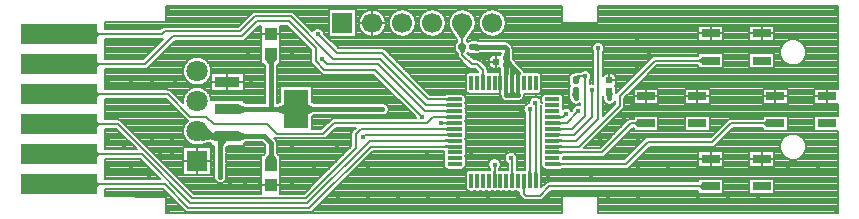
<source format=gbr>
G04 DipTrace 4.3.0.3*
G04 1 - Top.gbr*
%MOIN*%
G04 #@! TF.FileFunction,Copper,L1,Top*
G04 #@! TF.Part,Single*
%AMOUTLINE0*
4,1,28,
-0.005512,0.011417,
0.005512,0.011417,
0.00704,0.011216,
0.008465,0.010626,
0.009688,0.009688,
0.010626,0.008465,
0.011216,0.00704,
0.011417,0.005512,
0.011417,-0.005512,
0.011216,-0.00704,
0.010626,-0.008465,
0.009688,-0.009688,
0.008465,-0.010626,
0.00704,-0.011216,
0.005512,-0.011417,
-0.005512,-0.011417,
-0.00704,-0.011216,
-0.008465,-0.010626,
-0.009688,-0.009688,
-0.010626,-0.008465,
-0.011216,-0.00704,
-0.011417,-0.005512,
-0.011417,0.005512,
-0.011216,0.00704,
-0.010626,0.008465,
-0.009688,0.009688,
-0.008465,0.010626,
-0.00704,0.011216,
-0.005512,0.011417,
0*%
%AMOUTLINE3*
4,1,28,
0.005512,-0.011417,
-0.005512,-0.011417,
-0.00704,-0.011216,
-0.008465,-0.010626,
-0.009688,-0.009688,
-0.010626,-0.008465,
-0.011216,-0.00704,
-0.011417,-0.005512,
-0.011417,0.005512,
-0.011216,0.00704,
-0.010626,0.008465,
-0.009688,0.009688,
-0.008465,0.010626,
-0.00704,0.011216,
-0.005512,0.011417,
0.005512,0.011417,
0.00704,0.011216,
0.008465,0.010626,
0.009688,0.009688,
0.010626,0.008465,
0.011216,0.00704,
0.011417,0.005512,
0.011417,-0.005512,
0.011216,-0.00704,
0.010626,-0.008465,
0.009688,-0.009688,
0.008465,-0.010626,
0.00704,-0.011216,
0.005512,-0.011417,
0*%
%AMOUTLINE6*
4,1,28,
0.011417,0.005512,
0.011417,-0.005512,
0.011216,-0.00704,
0.010626,-0.008465,
0.009688,-0.009688,
0.008465,-0.010626,
0.00704,-0.011216,
0.005512,-0.011417,
-0.005512,-0.011417,
-0.00704,-0.011216,
-0.008465,-0.010626,
-0.009688,-0.009688,
-0.010626,-0.008465,
-0.011216,-0.00704,
-0.011417,-0.005512,
-0.011417,0.005512,
-0.011216,0.00704,
-0.010626,0.008465,
-0.009688,0.009688,
-0.008465,0.010626,
-0.00704,0.011216,
-0.005512,0.011417,
0.005512,0.011417,
0.00704,0.011216,
0.008465,0.010626,
0.009688,0.009688,
0.010626,0.008465,
0.011216,0.00704,
0.011417,0.005512,
0*%
%AMOUTLINE9*
4,1,28,
-0.011417,-0.005512,
-0.011417,0.005512,
-0.011216,0.00704,
-0.010626,0.008465,
-0.009688,0.009688,
-0.008465,0.010626,
-0.00704,0.011216,
-0.005512,0.011417,
0.005512,0.011417,
0.00704,0.011216,
0.008465,0.010626,
0.009688,0.009688,
0.010626,0.008465,
0.011216,0.00704,
0.011417,0.005512,
0.011417,-0.005512,
0.011216,-0.00704,
0.010626,-0.008465,
0.009688,-0.009688,
0.008465,-0.010626,
0.00704,-0.011216,
0.005512,-0.011417,
-0.005512,-0.011417,
-0.00704,-0.011216,
-0.008465,-0.010626,
-0.009688,-0.009688,
-0.010626,-0.008465,
-0.011216,-0.00704,
-0.011417,-0.005512,
0*%
%AMOUTLINE12*
4,1,28,
0.005906,-0.011417,
-0.005906,-0.011417,
-0.007434,-0.011216,
-0.008858,-0.010626,
-0.010081,-0.009688,
-0.01102,-0.008465,
-0.01161,-0.00704,
-0.011811,-0.005512,
-0.011811,0.005512,
-0.01161,0.00704,
-0.01102,0.008465,
-0.010081,0.009688,
-0.008858,0.010626,
-0.007434,0.011216,
-0.005906,0.011417,
0.005906,0.011417,
0.007434,0.011216,
0.008858,0.010626,
0.010081,0.009688,
0.01102,0.008465,
0.01161,0.00704,
0.011811,0.005512,
0.011811,-0.005512,
0.01161,-0.00704,
0.01102,-0.008465,
0.010081,-0.009688,
0.008858,-0.010626,
0.007434,-0.011216,
0.005906,-0.011417,
0*%
%AMOUTLINE15*
4,1,28,
-0.005906,0.011417,
0.005906,0.011417,
0.007434,0.011216,
0.008858,0.010626,
0.010081,0.009688,
0.01102,0.008465,
0.01161,0.00704,
0.011811,0.005512,
0.011811,-0.005512,
0.01161,-0.00704,
0.01102,-0.008465,
0.010081,-0.009688,
0.008858,-0.010626,
0.007434,-0.011216,
0.005906,-0.011417,
-0.005906,-0.011417,
-0.007434,-0.011216,
-0.008858,-0.010626,
-0.010081,-0.009688,
-0.01102,-0.008465,
-0.01161,-0.00704,
-0.011811,-0.005512,
-0.011811,0.005512,
-0.01161,0.00704,
-0.01102,0.008465,
-0.010081,0.009688,
-0.008858,0.010626,
-0.007434,0.011216,
-0.005906,0.011417,
0*%
%AMOUTLINE18*
4,1,28,
-0.011417,-0.005906,
-0.011417,0.005906,
-0.011216,0.007434,
-0.010626,0.008858,
-0.009688,0.010081,
-0.008465,0.01102,
-0.00704,0.01161,
-0.005512,0.011811,
0.005512,0.011811,
0.00704,0.01161,
0.008465,0.01102,
0.009688,0.010081,
0.010626,0.008858,
0.011216,0.007434,
0.011417,0.005906,
0.011417,-0.005906,
0.011216,-0.007434,
0.010626,-0.008858,
0.009688,-0.010081,
0.008465,-0.01102,
0.00704,-0.01161,
0.005512,-0.011811,
-0.005512,-0.011811,
-0.00704,-0.01161,
-0.008465,-0.01102,
-0.009688,-0.010081,
-0.010626,-0.008858,
-0.011216,-0.007434,
-0.011417,-0.005906,
0*%
%AMOUTLINE21*
4,1,28,
0.011417,0.005906,
0.011417,-0.005906,
0.011216,-0.007434,
0.010626,-0.008858,
0.009688,-0.010081,
0.008465,-0.01102,
0.00704,-0.01161,
0.005512,-0.011811,
-0.005512,-0.011811,
-0.00704,-0.01161,
-0.008465,-0.01102,
-0.009688,-0.010081,
-0.010626,-0.008858,
-0.011216,-0.007434,
-0.011417,-0.005906,
-0.011417,0.005906,
-0.011216,0.007434,
-0.010626,0.008858,
-0.009688,0.010081,
-0.008465,0.01102,
-0.00704,0.01161,
-0.005512,0.011811,
0.005512,0.011811,
0.00704,0.01161,
0.008465,0.01102,
0.009688,0.010081,
0.010626,0.008858,
0.011216,0.007434,
0.011417,0.005906,
0*%
%AMOUTLINE24*
4,1,28,
0.002756,-0.024803,
-0.002756,-0.024803,
-0.003571,-0.024696,
-0.004331,-0.024381,
-0.004983,-0.023881,
-0.005484,-0.023228,
-0.005798,-0.022469,
-0.005906,-0.021654,
-0.005906,0.021654,
-0.005798,0.022469,
-0.005484,0.023228,
-0.004983,0.023881,
-0.004331,0.024381,
-0.003571,0.024696,
-0.002756,0.024803,
0.002756,0.024803,
0.003571,0.024696,
0.004331,0.024381,
0.004983,0.023881,
0.005484,0.023228,
0.005798,0.022469,
0.005906,0.021654,
0.005906,-0.021654,
0.005798,-0.022469,
0.005484,-0.023228,
0.004983,-0.023881,
0.004331,-0.024381,
0.003571,-0.024696,
0.002756,-0.024803,
0*%
%AMOUTLINE27*
4,1,28,
0.024803,0.002756,
0.024803,-0.002756,
0.024696,-0.003571,
0.024381,-0.004331,
0.023881,-0.004983,
0.023228,-0.005484,
0.022469,-0.005798,
0.021654,-0.005906,
-0.021654,-0.005906,
-0.022469,-0.005798,
-0.023228,-0.005484,
-0.023881,-0.004983,
-0.024381,-0.004331,
-0.024696,-0.003571,
-0.024803,-0.002756,
-0.024803,0.002756,
-0.024696,0.003571,
-0.024381,0.004331,
-0.023881,0.004983,
-0.023228,0.005484,
-0.022469,0.005798,
-0.021654,0.005906,
0.021654,0.005906,
0.022469,0.005798,
0.023228,0.005484,
0.023881,0.004983,
0.024381,0.004331,
0.024696,0.003571,
0.024803,0.002756,
0*%
%AMOUTLINE30*
4,1,28,
-0.002756,0.024803,
0.002756,0.024803,
0.003571,0.024696,
0.004331,0.024381,
0.004983,0.023881,
0.005484,0.023228,
0.005798,0.022469,
0.005906,0.021654,
0.005906,-0.021654,
0.005798,-0.022469,
0.005484,-0.023228,
0.004983,-0.023881,
0.004331,-0.024381,
0.003571,-0.024696,
0.002756,-0.024803,
-0.002756,-0.024803,
-0.003571,-0.024696,
-0.004331,-0.024381,
-0.004983,-0.023881,
-0.005484,-0.023228,
-0.005798,-0.022469,
-0.005906,-0.021654,
-0.005906,0.021654,
-0.005798,0.022469,
-0.005484,0.023228,
-0.004983,0.023881,
-0.004331,0.024381,
-0.003571,0.024696,
-0.002756,0.024803,
0*%
%AMOUTLINE33*
4,1,28,
-0.024803,-0.002756,
-0.024803,0.002756,
-0.024696,0.003571,
-0.024381,0.004331,
-0.023881,0.004983,
-0.023228,0.005484,
-0.022469,0.005798,
-0.021654,0.005906,
0.021654,0.005906,
0.022469,0.005798,
0.023228,0.005484,
0.023881,0.004983,
0.024381,0.004331,
0.024696,0.003571,
0.024803,0.002756,
0.024803,-0.002756,
0.024696,-0.003571,
0.024381,-0.004331,
0.023881,-0.004983,
0.023228,-0.005484,
0.022469,-0.005798,
0.021654,-0.005906,
-0.021654,-0.005906,
-0.022469,-0.005798,
-0.023228,-0.005484,
-0.023881,-0.004983,
-0.024381,-0.004331,
-0.024696,-0.003571,
-0.024803,-0.002756,
0*%
G04 #@! TA.AperFunction,Conductor*
%ADD15C,0.015748*%
%ADD16C,0.011811*%
G04 #@! TA.AperFunction,CopperBalancing*
%ADD17C,0.007874*%
%ADD18R,0.03937X0.043307*%
%ADD19R,0.255906X0.070866*%
G04 #@! TA.AperFunction,ComponentPad*
%ADD24R,0.066929X0.066929*%
%ADD25C,0.066929*%
%ADD26R,0.070866X0.070866*%
%ADD27C,0.070866*%
%ADD28R,0.059055X0.027559*%
%ADD29R,0.084646X0.037402*%
%ADD30R,0.084646X0.127953*%
G04 #@! TA.AperFunction,ViaPad*
%ADD31C,0.017717*%
%ADD63OUTLINE0*%
%ADD66OUTLINE3*%
%ADD69OUTLINE6*%
%ADD72OUTLINE9*%
%ADD75OUTLINE12*%
%ADD78OUTLINE15*%
%ADD81OUTLINE18*%
%ADD84OUTLINE21*%
%ADD87OUTLINE24*%
%ADD90OUTLINE27*%
%ADD93OUTLINE30*%
%ADD96OUTLINE33*%
%FSLAX26Y26*%
G04*
G70*
G90*
G75*
G01*
G04 Top*
%LPD*%
G36*
X1160278Y742077D2*
X1144530Y734203D1*
X1140298D1*
Y765699D1*
X1144530D1*
X1160278Y757825D1*
Y742077D1*
G37*
G36*
X1272483Y757825D2*
X1288231Y765699D1*
X1292463D1*
Y734203D1*
X1288231D1*
X1272483Y742077D1*
Y757825D1*
G37*
X1102207Y749951D2*
D15*
X1247441D1*
X1330554D1*
G36*
X1239567Y897836D2*
X1231693Y913584D1*
Y915749D1*
X1263189D1*
Y913584D1*
X1255315Y897836D1*
X1239567D1*
G37*
X1247441Y935238D2*
D15*
Y749951D1*
G36*
X1388625Y742077D2*
X1372877Y734203D1*
X1368644D1*
Y765699D1*
X1372877D1*
X1388625Y757825D1*
Y742077D1*
G37*
X1330554Y749951D2*
D15*
X1584941D1*
X1602866D1*
G36*
X2046400Y884371D2*
X2028227Y897580D1*
X2027420Y898387D1*
X2043521Y914488D1*
X2044328Y913681D1*
X2057537Y895508D1*
X2046400Y884371D1*
G37*
X2051969Y837550D2*
D16*
Y870227D1*
D15*
Y889940D1*
X2032911Y908997D1*
G36*
X1949556Y948327D2*
X1928878Y944865D1*
X1927697D1*
Y967537D1*
X1928878D1*
X1949556Y964075D1*
Y948327D1*
G37*
G36*
X2040785Y936163D2*
X2044247Y915484D1*
Y914343D1*
X2021575D1*
Y915484D1*
X2025037Y936163D1*
X2040785D1*
G37*
X1921997Y956201D2*
D15*
X2028692D1*
X2032911Y951982D1*
Y908997D1*
X1602866Y749951D2*
X1619316D1*
G36*
X2024409Y881832D2*
X2021550Y902676D1*
X2021583Y903818D1*
X2044248Y903472D1*
X2044214Y902332D1*
X2040157Y881832D1*
X2024409D1*
G37*
X2032283Y837550D2*
D16*
Y870227D1*
D15*
Y908370D1*
X2032911Y908997D1*
G36*
X2048167Y882606D2*
X2028152Y897580D1*
X2027345Y898387D1*
X2043521Y914563D1*
X2044328Y913756D1*
X2059302Y893741D1*
X2048167Y882606D1*
G37*
X2071654Y837550D2*
D16*
Y870227D1*
D15*
Y870255D1*
X2032911Y908997D1*
G36*
X2057874Y812403D2*
X2058169Y804555D1*
Y803374D1*
X2045768D1*
Y804555D1*
X2046063Y812403D1*
X2057874D1*
G37*
X2051969Y837550D2*
D16*
Y804873D1*
D15*
Y798230D1*
X2032283Y837550D2*
D16*
Y798230D1*
D15*
X2051969D1*
X2071654Y837550D2*
D16*
Y798230D1*
D15*
X2051969D1*
X2069316Y796827D2*
D16*
X2071654Y798230D1*
X2034941Y796827D2*
X2032283Y798230D1*
G36*
X2367692Y786369D2*
X2364269Y803072D1*
Y804214D1*
X2386862D1*
Y803072D1*
X2383440Y786369D1*
X2367692D1*
G37*
X2375566Y809769D2*
D15*
Y786369D1*
G36*
X2255192D2*
X2251774Y802651D1*
Y803832D1*
X2274357D1*
Y802651D1*
X2270940Y786369D1*
X2255192D1*
G37*
X2263066Y809769D2*
D15*
Y786369D1*
G36*
X1070816Y624951D2*
X1070954Y640699D1*
X1071513Y642484D1*
X1097874D1*
X1097315Y640699D1*
X1086564Y624951D1*
X1070816D1*
G37*
X1078690Y524950D2*
D15*
Y568702D1*
Y587453D1*
Y606201D1*
Y624951D1*
Y649950D1*
X1088140Y659400D1*
X1102207D1*
X1078690Y587453D2*
D3*
Y624951D2*
D3*
Y568702D2*
D3*
Y606201D2*
D3*
G36*
X1053516Y651526D2*
X1017554Y645136D1*
X1014231Y646367D1*
X1029759Y693480D1*
X1033081Y692251D1*
X1053516Y667274D1*
Y651526D1*
G37*
G36*
X1044136Y667274D2*
X1059885Y675148D1*
X1064117D1*
Y643652D1*
X1059885D1*
X1044136Y651526D1*
Y667274D1*
G37*
X1001285Y676614D2*
D15*
Y659400D1*
X1102207D1*
G36*
X1255315Y602067D2*
X1263189Y586319D1*
Y584154D1*
X1231693D1*
Y586319D1*
X1239567Y602067D1*
X1255315D1*
G37*
G36*
X1160278Y651526D2*
X1144530Y643652D1*
X1140298D1*
Y675148D1*
X1144530D1*
X1160278Y667274D1*
Y651526D1*
G37*
X1247441Y564665D2*
D15*
Y637451D1*
X1225492Y659400D1*
X1102207D1*
G36*
X2217717Y621802D2*
X2207261Y619885D1*
X2204781D1*
Y631593D1*
X2207261D1*
X2217717Y629676D1*
Y621802D1*
G37*
G36*
X2675861Y916020D2*
X2683735Y919957D1*
X2686688D1*
Y904209D1*
X2683735D1*
X2675861Y908146D1*
Y916020D1*
G37*
X2185039Y625739D2*
D17*
X2273228D1*
X2409941Y762451D1*
Y793702D1*
X2528322Y912083D1*
X2713262D1*
G36*
X2217717Y602117D2*
X2207261Y600199D1*
X2204781D1*
Y611908D1*
X2207261D1*
X2217717Y609991D1*
Y602117D1*
G37*
G36*
X2460236Y706644D2*
X2468110Y710581D1*
X2471063D1*
Y694833D1*
X2468110D1*
X2460236Y698770D1*
Y706644D1*
G37*
X2185039Y606054D2*
D17*
X2350419D1*
X2447072Y702707D1*
X2497638D1*
G36*
X2891487Y706644D2*
X2899361Y710581D1*
X2902314D1*
Y694833D1*
X2899361D1*
X2891487Y698770D1*
Y706644D1*
G37*
G36*
X2217717Y562747D2*
X2207261Y560829D1*
X2204781D1*
Y572538D1*
X2207261D1*
X2217717Y570621D1*
Y562747D1*
G37*
X2928888Y702707D2*
D17*
X2781448D1*
X2719316Y640576D1*
X2503690D1*
X2429798Y566684D1*
X2185039D1*
G36*
X2675861Y497270D2*
X2683735Y501207D1*
X2686688D1*
Y485459D1*
X2683735D1*
X2675861Y489396D1*
Y497270D1*
G37*
G36*
X2087402Y479676D2*
X2085484Y490131D1*
Y492612D1*
X2097193D1*
Y490131D1*
X2095276Y479676D1*
X2087402D1*
G37*
X2713262Y493333D2*
D17*
X2175198D1*
X2144316Y462451D1*
X2097441D1*
X2091339Y468554D1*
Y512353D1*
G36*
X1996850Y545030D2*
X1998768Y534575D1*
Y532094D1*
X1987059D1*
Y534575D1*
X1988976Y545030D1*
X1996850D1*
G37*
X1992913Y565576D2*
D17*
Y512353D1*
G36*
X2055906Y545030D2*
X2057823Y534575D1*
Y532094D1*
X2046114D1*
Y534575D1*
X2048031Y545030D1*
X2055906D1*
G37*
X2047441Y587451D2*
D17*
X2051969D1*
Y512353D1*
G36*
X1827165Y669046D2*
X1837621Y670963D1*
X1840101D1*
Y659255D1*
X1837621D1*
X1827165Y661172D1*
Y669046D1*
G37*
X1555253Y657764D2*
D17*
X1562598Y665109D1*
X1859843D1*
G36*
X1881004Y983908D2*
X1861516Y1013552D1*
Y1016899D1*
X1908366D1*
Y1013552D1*
X1888878Y983908D1*
X1881004D1*
G37*
G36*
X1888878Y975492D2*
X1892999Y967365D1*
X1893029Y966224D1*
X1877375Y966079D1*
X1877345Y967219D1*
X1881004Y975492D1*
X1888878D1*
G37*
X1884941Y1037451D2*
D17*
Y956201D1*
X1885383D1*
G36*
X1881446Y936909D2*
X1877509Y945121D1*
Y946262D1*
X1893257D1*
Y945121D1*
X1889320Y936909D1*
X1881446D1*
G37*
G36*
X1957480Y870227D2*
X1959398Y859772D1*
Y857291D1*
X1947689D1*
Y859772D1*
X1949606Y870227D1*
X1957480D1*
G37*
X1885383Y956201D2*
D17*
Y930760D1*
X1916192Y899951D1*
X1934941D1*
X1953543Y881349D1*
Y837550D1*
G36*
X676403Y896014D2*
X668529Y892077D1*
X655734D1*
Y907825D1*
X668529D1*
X676403Y903888D1*
Y896014D1*
G37*
G36*
X1827165Y708416D2*
X1837621Y710333D1*
X1840101D1*
Y698625D1*
X1837621D1*
X1827165Y700542D1*
Y708416D1*
G37*
X540576Y899951D2*
D17*
X827129D1*
X920879Y993702D1*
X1150567D1*
X1200566Y1043702D1*
X1306816D1*
X1397441Y953076D1*
Y909327D1*
X1425566Y881202D1*
X1594315D1*
X1750566Y724951D1*
X1813119Y704479D2*
X1859843D1*
G36*
X2217717Y661172D2*
X2207261Y659255D1*
X2204781D1*
Y670963D1*
X2207261D1*
X2217717Y669046D1*
Y661172D1*
G37*
X2316190Y815576D2*
D17*
Y724950D1*
X2256349Y665109D1*
X2185039D1*
G36*
X2217717Y720227D2*
X2207261Y718310D1*
X2204781D1*
Y730018D1*
X2207261D1*
X2217717Y728101D1*
Y720227D1*
G37*
X2231815Y734325D2*
D17*
X2221654Y724164D1*
X2185039D1*
G36*
X2217717Y641487D2*
X2207261Y639570D1*
X2204781D1*
Y651278D1*
X2207261D1*
X2217717Y649361D1*
Y641487D1*
G37*
X2338066Y953076D2*
D17*
Y718701D1*
X2264789Y645424D1*
X2185039D1*
G36*
X2217717Y680857D2*
X2207261Y678940D1*
X2204781D1*
Y690648D1*
X2207261D1*
X2217717Y688731D1*
Y680857D1*
G37*
X2294316Y859327D2*
D17*
Y728076D1*
X2251034Y684794D1*
X2185039D1*
G36*
X2276451Y855390D2*
X2274483Y844765D1*
X2273761Y843881D1*
X2263276Y857310D1*
X2263997Y858194D1*
X2276451Y863264D1*
Y855390D1*
G37*
X2263066Y846383D2*
D17*
Y856201D1*
X2266192Y859327D1*
X2294316D1*
G36*
X2217717Y700542D2*
X2207261Y698625D1*
X2204781D1*
Y710333D1*
X2207261D1*
X2217717Y708416D1*
Y700542D1*
G37*
X2272442Y743702D2*
D17*
X2233219Y704479D1*
X2185039D1*
G36*
X2134646Y545030D2*
X2136563Y534575D1*
Y532094D1*
X2124854D1*
Y534575D1*
X2126772Y545030D1*
X2134646D1*
G37*
X2128692Y771825D2*
D17*
X2130709Y769808D1*
Y512353D1*
G36*
X2113878Y545030D2*
X2116804Y534882D1*
X2110398Y531240D1*
X2105375Y531797D1*
X2105129Y534264D1*
X2106004Y545030D1*
X2113878D1*
G37*
X2109941Y749951D2*
D17*
Y513436D1*
X2111024Y512353D1*
G36*
X676403Y696014D2*
X668529Y692077D1*
X655734D1*
Y707825D1*
X668529D1*
X676403Y703888D1*
Y696014D1*
G37*
G36*
X1827165Y688731D2*
X1837621Y690648D1*
X1840101D1*
Y678940D1*
X1837621D1*
X1827165Y680857D1*
Y688731D1*
G37*
X540576Y699951D2*
D17*
X738066D1*
X984941Y453076D1*
X1363677D1*
X1531816Y621215D1*
Y668091D1*
X1548520Y684794D1*
X1859843D1*
G36*
X1827165Y747786D2*
X1837621Y749703D1*
X1840101D1*
Y737995D1*
X1837621D1*
X1827165Y739912D1*
Y747786D1*
G37*
X1859843Y743849D2*
D17*
X1759793D1*
X1603690Y899951D1*
X1434941D1*
X1416190Y918702D1*
G36*
X1827165Y767471D2*
X1837621Y769388D1*
X1840101D1*
Y757680D1*
X1837621D1*
X1827165Y759597D1*
Y767471D1*
G37*
G36*
X676403Y996014D2*
X668529Y992077D1*
X655734D1*
Y1007825D1*
X668529D1*
X676403Y1003888D1*
Y996014D1*
G37*
X1859843Y763534D2*
D17*
X1765108D1*
X1609941Y918701D1*
X1453692D1*
X1313066Y1059327D1*
X1194316D1*
X1144316Y1009327D1*
X894316D1*
X884941Y999951D1*
X540576D1*
G36*
X1827165Y649361D2*
X1837621Y651278D1*
X1840101D1*
Y639570D1*
X1837621D1*
X1827165Y641487D1*
Y649361D1*
G37*
G36*
X676403Y596014D2*
X668529Y592077D1*
X655734D1*
Y607825D1*
X668529D1*
X676403Y603888D1*
Y596014D1*
G37*
X1859843Y645424D2*
D17*
X1577289D1*
X1369316Y437451D1*
X978690D1*
X816190Y599951D1*
X540576D1*
G36*
X1827165Y787156D2*
X1837621Y789073D1*
X1840101D1*
Y777365D1*
X1837621D1*
X1827165Y779282D1*
Y787156D1*
G37*
X1859843Y783219D2*
D17*
X1770423D1*
X1616190Y937451D1*
X1466190D1*
X1403690Y999951D1*
G36*
X676403Y796014D2*
X668529Y792077D1*
X655734D1*
Y807825D1*
X668529D1*
X676403Y803888D1*
Y796014D1*
G37*
G36*
X1827165Y728101D2*
X1837621Y730018D1*
X1840101D1*
Y718310D1*
X1837621D1*
X1827165Y720227D1*
Y728101D1*
G37*
X540576Y799951D2*
D17*
X903692D1*
X978692Y724951D1*
X1031816D1*
X1056816Y699951D1*
X1234941D1*
X1266190Y668702D1*
X1422441D1*
X1458218Y704479D1*
X1767593D1*
X1787278Y724164D1*
X1859843D1*
G36*
X1827165Y629676D2*
X1837621Y631593D1*
X1840101D1*
Y619885D1*
X1837621D1*
X1827165Y621802D1*
Y629676D1*
G37*
G36*
X676403Y496014D2*
X668529Y492077D1*
X655734D1*
Y507825D1*
X668529D1*
X676403Y503888D1*
Y496014D1*
G37*
X1859843Y625739D2*
D17*
X1579478D1*
X1375566Y421827D1*
X972441D1*
X894316Y499951D1*
X540576D1*
D31*
X1602866Y749951D3*
D3*
X2051969Y798230D3*
D3*
D3*
X2375566Y786369D3*
X2263066D3*
X1078690Y524950D3*
X1992913Y565576D3*
X2047441Y587451D3*
X1555253Y657764D3*
X1750566Y724951D3*
X1813119Y704479D3*
X2316190Y815576D3*
X2231815Y734325D3*
X2338066Y953076D3*
X2294316Y859327D3*
D3*
X2272442Y743702D3*
X2128692Y771825D3*
X2109941Y749951D3*
X1416190Y918702D3*
X1403690Y999951D3*
X1078690Y587453D3*
Y624951D3*
Y568702D3*
Y606201D3*
X1584941Y749951D3*
X1619316D3*
X2069316Y796827D3*
X2034941D3*
X2466192Y893702D3*
X2425566Y721827D3*
X2450566Y762451D3*
X2366192D3*
X903690Y412451D3*
Y1087451D3*
X1913066Y784327D3*
X2091192Y587451D3*
X1913066Y606201D3*
X2081816Y743702D3*
X1172441Y940576D3*
X928690Y968702D3*
X781816Y846827D3*
X1181816D3*
X1459941Y806201D3*
X1606816D3*
X1766192Y606201D3*
X1956816Y915576D3*
X1466192Y628076D3*
X1316192Y496827D3*
X1316191Y628076D3*
X850566Y749951D3*
X1159941Y612451D3*
Y496827D3*
X2172441Y1049951D3*
X3072441Y549951D3*
X2872441Y449951D3*
X2472441Y1049951D3*
X2672441D3*
X2772441D3*
X2872441D3*
X3072441Y849951D3*
X2872441D3*
X2672441D3*
X2244316Y762451D3*
X2172441Y849951D3*
Y949951D3*
X2672441Y449951D3*
X2472441D3*
X850566Y649951D3*
X2072441Y449951D3*
X1872441D3*
X1672441D3*
X1472441D3*
X1572441Y549951D3*
X919316Y649951D3*
X2372441Y1049951D3*
X2972441Y549951D3*
Y849951D3*
X2772441D3*
Y749951D3*
X2572441Y549951D3*
X2472441D3*
X2672441D3*
X2472441Y649951D3*
X2772441Y449951D3*
X878690Y599951D3*
X2372441Y449951D3*
X2172441D3*
X1972441D3*
X1772441D3*
X1572441D3*
X919316Y599951D3*
X2344316Y646827D3*
X2506816Y853076D3*
X2466192Y981201D3*
X2506816Y937451D3*
X781816Y468701D3*
Y1028076D3*
Y946827D3*
Y749951D3*
X919316D3*
X781816Y549951D3*
X841192Y524951D3*
X928690Y846827D3*
X703690Y1028076D3*
Y946827D3*
Y846827D3*
Y749951D3*
Y649951D3*
Y549951D3*
Y468702D3*
X2172441Y531201D3*
X2313066D3*
X3131816Y412451D3*
Y1087451D3*
X850566Y846827D3*
X756816Y628076D3*
X850566Y968702D3*
X1209941Y612451D3*
Y496827D3*
X1109940Y612451D3*
X1109941Y496826D3*
X1391191Y562451D3*
X1006816Y968701D3*
X1084941D3*
X1319316Y940576D3*
X1291191Y1021826D3*
X1663066Y724951D3*
X897545Y1086657D2*
D17*
X2216090D1*
X2338167D2*
X3137004D1*
X897545Y1078915D2*
X1438723D1*
X1531165D2*
X1565577D1*
X1604299D2*
X1665578D1*
X1704301D2*
X1765580D1*
X1804302D2*
X1865581D1*
X1904304D2*
X1965583D1*
X2004305D2*
X2216090D1*
X2338167D2*
X3137004D1*
X897552Y1071172D2*
X1182910D1*
X1324472D2*
X1438723D1*
X1531165D2*
X1553704D1*
X1616179D2*
X1653706D1*
X1716173D2*
X1753707D1*
X1816175D2*
X1853709D1*
X1916176D2*
X1953702D1*
X2016178D2*
X2216090D1*
X2338167D2*
X3137004D1*
X897552Y1063429D2*
X1175136D1*
X1332246D2*
X1438723D1*
X1531165D2*
X1546883D1*
X1623000D2*
X1646877D1*
X1723002D2*
X1746879D1*
X1823003D2*
X1846880D1*
X1923005D2*
X1946882D1*
X2022998D2*
X2216090D1*
X2338167D2*
X3137004D1*
X897552Y1055686D2*
X1167393D1*
X1339989D2*
X1438723D1*
X1531165D2*
X1542539D1*
X1627345D2*
X1642540D1*
X1727338D2*
X1742542D1*
X1827340D2*
X1842544D1*
X1927341D2*
X1942537D1*
X2027343D2*
X2216090D1*
X2338167D2*
X3137004D1*
X897560Y1047944D2*
X1159650D1*
X1347732D2*
X1438723D1*
X1531165D2*
X1539948D1*
X1629936D2*
X1639949D1*
X1729930D2*
X1739951D1*
X1829931D2*
X1839952D1*
X1929933D2*
X1939946D1*
X2029934D2*
X2216090D1*
X2338167D2*
X3137004D1*
X693705Y1040201D2*
X1151906D1*
X1355476D2*
X1438723D1*
X1531165D2*
X1538802D1*
X1631082D2*
X1638803D1*
X1731075D2*
X1738805D1*
X1831077D2*
X1838806D1*
X1931079D2*
X1938800D1*
X2031080D2*
X2216090D1*
X2338167D2*
X3137004D1*
X693705Y1032458D2*
X1144163D1*
X1363219D2*
X1438723D1*
X1531165D2*
X1538994D1*
X1630889D2*
X1638996D1*
X1730883D2*
X1738997D1*
X1830885D2*
X1838999D1*
X1930886D2*
X1938993D1*
X2030888D2*
X3137004D1*
X693705Y1024715D2*
X889503D1*
X1204862D2*
X1214998D1*
X1279881D2*
X1302520D1*
X1370962D2*
X1438723D1*
X1531165D2*
X1540540D1*
X1629336D2*
X1640541D1*
X1729338D2*
X1740543D1*
X1829339D2*
X1840544D1*
X1929341D2*
X1940546D1*
X2029342D2*
X2670976D1*
X2755543D2*
X2841652D1*
X2926219D2*
X3137004D1*
X693705Y1016972D2*
X878684D1*
X1197119D2*
X1214998D1*
X1279881D2*
X1310263D1*
X1378698D2*
X1390903D1*
X1416476D2*
X1438723D1*
X1531165D2*
X1543600D1*
X1626283D2*
X1643594D1*
X1726285D2*
X1743595D1*
X1826286D2*
X1843597D1*
X1926288D2*
X1943599D1*
X2026282D2*
X2670976D1*
X2755543D2*
X2841652D1*
X2926219D2*
X3137004D1*
X1189375Y1009230D2*
X1214998D1*
X1279881D2*
X1318006D1*
X1423120D2*
X1438723D1*
X1531165D2*
X1548552D1*
X1621331D2*
X1648546D1*
X1721333D2*
X1748547D1*
X1821334D2*
X1848549D1*
X1921336D2*
X1948551D1*
X2021330D2*
X2670976D1*
X2755543D2*
X2841652D1*
X2926219D2*
X3137004D1*
X1181632Y1001487D2*
X1214998D1*
X1279881D2*
X1325750D1*
X1425434D2*
X1438723D1*
X1531165D2*
X1556395D1*
X1613488D2*
X1656389D1*
X1713490D2*
X1756391D1*
X1813491D2*
X1854339D1*
X1915546D2*
X1956394D1*
X2013487D2*
X2670976D1*
X2755543D2*
X2841652D1*
X2926219D2*
X3137004D1*
X1173889Y993744D2*
X1214998D1*
X1279881D2*
X1333493D1*
X1433178D2*
X1438723D1*
X1531165D2*
X1571751D1*
X1598132D2*
X1671753D1*
X1698134D2*
X1771754D1*
X1798128D2*
X1859430D1*
X1910455D2*
X1971750D1*
X1998131D2*
X2670976D1*
X2755543D2*
X2841652D1*
X2926219D2*
X3137004D1*
X1166146Y986001D2*
X1214998D1*
X1279881D2*
X1341236D1*
X1440921D2*
X1864520D1*
X1905365D2*
X2670976D1*
X2755543D2*
X2841652D1*
X2926219D2*
X3137004D1*
X693705Y978259D2*
X882152D1*
X1155157D2*
X1214998D1*
X1279881D2*
X1348980D1*
X1448664D2*
X1868249D1*
X1901682D2*
X1908542D1*
X1938107D2*
X2670976D1*
X2755543D2*
X2841652D1*
X2926219D2*
X2965706D1*
X3009196D2*
X3137004D1*
X693705Y970516D2*
X874409D1*
X920975D2*
X1214998D1*
X1279881D2*
X1356723D1*
X1456408D2*
X1863136D1*
X2043222D2*
X2325896D1*
X2350239D2*
X2955471D1*
X3019438D2*
X3137004D1*
X693705Y962773D2*
X866665D1*
X913231D2*
X1214998D1*
X1279881D2*
X1364466D1*
X1464151D2*
X1860844D1*
X2050350D2*
X2318845D1*
X2357283D2*
X2949419D1*
X3025482D2*
X3137004D1*
X693705Y955030D2*
X858930D1*
X905488D2*
X1214998D1*
X1279881D2*
X1372209D1*
X1471894D2*
X1860814D1*
X2053303D2*
X2316545D1*
X2359590D2*
X2945659D1*
X3029242D2*
X3137004D1*
X693705Y947287D2*
X851186D1*
X897745D2*
X1214998D1*
X1279881D2*
X1379945D1*
X1629636D2*
X1861144D1*
X2053541D2*
X2317276D1*
X2358859D2*
X2943591D1*
X3031311D2*
X3137004D1*
X693705Y939545D2*
X843443D1*
X890001D2*
X1214998D1*
X1279881D2*
X1380745D1*
X1637379D2*
X1864712D1*
X2053541D2*
X2321374D1*
X2354761D2*
X2942968D1*
X3031941D2*
X3137004D1*
X693705Y931802D2*
X835700D1*
X882258D2*
X1214998D1*
X1279881D2*
X1380745D1*
X1645123D2*
X1868688D1*
X1907626D2*
X1985475D1*
X2007120D2*
X2011381D1*
X2054441D2*
X2321374D1*
X2354761D2*
X2670976D1*
X2755543D2*
X2841652D1*
X2926219D2*
X2943722D1*
X3031180D2*
X3137004D1*
X693705Y924059D2*
X827957D1*
X874515D2*
X1214998D1*
X1279881D2*
X1380745D1*
X1652866D2*
X1870172D1*
X1915369D2*
X1974887D1*
X2055732D2*
X2321374D1*
X2354761D2*
X2517064D1*
X2755543D2*
X2841652D1*
X2926219D2*
X2945944D1*
X3028965D2*
X3137004D1*
X693705Y916316D2*
X820213D1*
X866771D2*
X974602D1*
X1027966D2*
X1214998D1*
X1279881D2*
X1380745D1*
X1660609D2*
X1876546D1*
X1923105D2*
X1972219D1*
X2058147D2*
X2321374D1*
X2354761D2*
X2509274D1*
X2755543D2*
X2841652D1*
X2926219D2*
X2949881D1*
X3025021D2*
X3137004D1*
X859028Y908573D2*
X965490D1*
X1037078D2*
X1214998D1*
X1279881D2*
X1380768D1*
X1668352D2*
X1884290D1*
X1949602D2*
X1972126D1*
X2063937D2*
X2321374D1*
X2354761D2*
X2501531D1*
X2755543D2*
X2841652D1*
X2926219D2*
X2956209D1*
X3018700D2*
X3137004D1*
X851293Y900831D2*
X959746D1*
X1042822D2*
X1223903D1*
X1270984D2*
X1383205D1*
X1676096D2*
X1892033D1*
X1957346D2*
X1972319D1*
X2069927D2*
X2321374D1*
X2354761D2*
X2493788D1*
X2755543D2*
X2841652D1*
X2926219D2*
X2967105D1*
X3007796D2*
X3137004D1*
X843549Y893088D2*
X956048D1*
X1046521D2*
X1226809D1*
X1268069D2*
X1390395D1*
X1683831D2*
X1899776D1*
X1965089D2*
X1975456D1*
X2077671D2*
X2321374D1*
X2354761D2*
X2486044D1*
X2532610D2*
X2670976D1*
X2755543D2*
X2841652D1*
X2926219D2*
X3137004D1*
X834214Y885345D2*
X953910D1*
X1048666D2*
X1226809D1*
X1268069D2*
X1398138D1*
X1691575D2*
X1909111D1*
X1969726D2*
X2011058D1*
X2085414D2*
X2321374D1*
X2354761D2*
X2478301D1*
X2524867D2*
X3137004D1*
X693705Y877602D2*
X953103D1*
X1049466D2*
X1226809D1*
X1268069D2*
X1405882D1*
X1699318D2*
X1934010D1*
X1970233D2*
X2011650D1*
X2090873D2*
X2283542D1*
X2305094D2*
X2321374D1*
X2354761D2*
X2470558D1*
X2517124D2*
X3137004D1*
X693705Y869860D2*
X953579D1*
X1157287D2*
X1226809D1*
X1268069D2*
X1413625D1*
X1707061D2*
X1899907D1*
X2144976D2*
X2253446D1*
X2313068D2*
X2321374D1*
X2354761D2*
X2462814D1*
X2509380D2*
X3137004D1*
X693705Y862117D2*
X955363D1*
X1157287D2*
X1226809D1*
X1268069D2*
X1590121D1*
X1714805D2*
X1895793D1*
X2149090D2*
X2241835D1*
X2315744D2*
X2321374D1*
X2396530D2*
X2455071D1*
X2501637D2*
X3137004D1*
X693705Y854374D2*
X958639D1*
X1157287D2*
X1226809D1*
X1268069D2*
X1597865D1*
X1722548D2*
X1895509D1*
X2149367D2*
X2239013D1*
X2315337D2*
X2321374D1*
X2399567D2*
X2447328D1*
X2493894D2*
X3137004D1*
X693705Y846631D2*
X963783D1*
X1038785D2*
X1047130D1*
X1157287D2*
X1226809D1*
X1268069D2*
X1605608D1*
X1730291D2*
X1895509D1*
X2149367D2*
X2238889D1*
X2311615D2*
X2321374D1*
X2399736D2*
X2439592D1*
X2486150D2*
X3137004D1*
X693705Y838888D2*
X971796D1*
X1030772D2*
X1047130D1*
X1157287D2*
X1226809D1*
X1268069D2*
X1613344D1*
X1738034D2*
X1895509D1*
X2149367D2*
X2238966D1*
X2311007D2*
X2321374D1*
X2399629D2*
X2431849D1*
X2478407D2*
X3137004D1*
X693705Y831146D2*
X987098D1*
X1015470D2*
X1047130D1*
X1157287D2*
X1226809D1*
X1268069D2*
X1621087D1*
X1745778D2*
X1895509D1*
X2149367D2*
X2241519D1*
X2396860D2*
X2424106D1*
X2470664D2*
X3137004D1*
X693705Y823403D2*
X992903D1*
X1009673D2*
X1047130D1*
X1157287D2*
X1226809D1*
X1268069D2*
X1275476D1*
X1385634D2*
X1628830D1*
X1753521D2*
X1895509D1*
X2149367D2*
X2240650D1*
X2397791D2*
X2416362D1*
X2462921D2*
X3137004D1*
X906972Y815660D2*
X973618D1*
X1028950D2*
X1047130D1*
X1157287D2*
X1226809D1*
X1268069D2*
X1275476D1*
X1385634D2*
X1636573D1*
X1761264D2*
X1895516D1*
X2149367D2*
X2238889D1*
X2399736D2*
X2408619D1*
X2539923D2*
X2626023D1*
X2710591D2*
X2886604D1*
X2971171D2*
X3057272D1*
X919006Y807917D2*
X964898D1*
X1037670D2*
X1226809D1*
X1268069D2*
X1275476D1*
X1385634D2*
X1644317D1*
X1769008D2*
X1897792D1*
X2147091D2*
X2238889D1*
X2447434D2*
X2455356D1*
X2539923D2*
X2626023D1*
X2710591D2*
X2886604D1*
X2971171D2*
X3057272D1*
X926749Y800175D2*
X959362D1*
X1043206D2*
X1226809D1*
X1268069D2*
X1275476D1*
X1385634D2*
X1652060D1*
X1776751D2*
X1831017D1*
X1887472D2*
X2011750D1*
X2092188D2*
X2157412D1*
X2212667D2*
X2239274D1*
X2439698D2*
X2455356D1*
X2539923D2*
X2626023D1*
X2710591D2*
X2886604D1*
X2971171D2*
X3057272D1*
X934493Y792432D2*
X955809D1*
X1046759D2*
X1226809D1*
X1268069D2*
X1275476D1*
X1385634D2*
X1659803D1*
X1895953D2*
X2012519D1*
X2091419D2*
X2124885D1*
X2132504D2*
X2148930D1*
X2221148D2*
X2240904D1*
X2431955D2*
X2455356D1*
X2539923D2*
X2626023D1*
X2710591D2*
X2886604D1*
X2971171D2*
X3057272D1*
X942236Y784689D2*
X953787D1*
X1048781D2*
X1226809D1*
X1268069D2*
X1275476D1*
X1385634D2*
X1667547D1*
X1897399D2*
X2016994D1*
X2087029D2*
X2111521D1*
X2222602D2*
X2241519D1*
X2426634D2*
X2455356D1*
X2539923D2*
X2626023D1*
X2710591D2*
X2886604D1*
X2971171D2*
X3057272D1*
X693705Y776946D2*
X903413D1*
X1157287D2*
X1226809D1*
X1268069D2*
X1275476D1*
X1385634D2*
X1675290D1*
X1896983D2*
X2027944D1*
X2041938D2*
X2062324D1*
X2076310D2*
X2107715D1*
X2222186D2*
X2243703D1*
X2426634D2*
X2455356D1*
X2539923D2*
X2626023D1*
X2710591D2*
X2886604D1*
X2971171D2*
X3057272D1*
X693705Y769203D2*
X911157D1*
X1628052D2*
X1683033D1*
X1897122D2*
X2101210D1*
X2222317D2*
X2250485D1*
X2354761D2*
X2362982D1*
X2388148D2*
X2393248D1*
X2426634D2*
X2455356D1*
X2539923D2*
X2626023D1*
X2710591D2*
X2886604D1*
X2971171D2*
X3057272D1*
X693705Y761461D2*
X918900D1*
X1637464D2*
X1690776D1*
X1897399D2*
X2091798D1*
X2222602D2*
X2260774D1*
X2354761D2*
X2385666D1*
X2426603D2*
X3137004D1*
X693705Y753718D2*
X926643D1*
X1640586D2*
X1698520D1*
X1895653D2*
X2088668D1*
X2240195D2*
X2253392D1*
X2354761D2*
X2377923D1*
X2424020D2*
X3137004D1*
X693705Y745975D2*
X934387D1*
X1640547D2*
X1706263D1*
X1897399D2*
X2088706D1*
X2354761D2*
X2370179D1*
X2416745D2*
X3137004D1*
X693705Y738232D2*
X942130D1*
X1637318D2*
X1714006D1*
X1897130D2*
X2091936D1*
X2354761D2*
X2362444D1*
X2409002D2*
X3137004D1*
X693705Y730490D2*
X949873D1*
X1627521D2*
X1721750D1*
X1896976D2*
X2093251D1*
X2401259D2*
X3137004D1*
X693705Y722747D2*
X957616D1*
X1385634D2*
X1729070D1*
X1897399D2*
X2093251D1*
X2393515D2*
X2455356D1*
X2539923D2*
X2626023D1*
X2710591D2*
X2886604D1*
X2971171D2*
X3057272D1*
X743994Y715004D2*
X965360D1*
X1385634D2*
X1445459D1*
X1895976D2*
X2093251D1*
X2385772D2*
X2436194D1*
X2539923D2*
X2626023D1*
X2710591D2*
X2770570D1*
X2971171D2*
X3057272D1*
X754036Y707261D2*
X964337D1*
X1385634D2*
X1437716D1*
X1897399D2*
X2093251D1*
X2378029D2*
X2428343D1*
X2539923D2*
X2626023D1*
X2710591D2*
X2762719D1*
X2971171D2*
X3057272D1*
X761779Y699518D2*
X959001D1*
X1385634D2*
X1429973D1*
X1897237D2*
X2093251D1*
X2370286D2*
X2420599D1*
X2539923D2*
X2626023D1*
X2710591D2*
X2754976D1*
X2971171D2*
X3057272D1*
X769523Y691776D2*
X955586D1*
X1385634D2*
X1422229D1*
X1896799D2*
X2093251D1*
X2362550D2*
X2412856D1*
X2539923D2*
X2626023D1*
X2710591D2*
X2747233D1*
X2971171D2*
X3057272D1*
X693705Y684033D2*
X730700D1*
X777266D2*
X953679D1*
X1461052D2*
X1524476D1*
X1897399D2*
X2093251D1*
X2354807D2*
X2405113D1*
X2539923D2*
X2626023D1*
X2710591D2*
X2739489D1*
X2786055D2*
X2886604D1*
X2971171D2*
X3057272D1*
X693705Y676290D2*
X738443D1*
X785009D2*
X953095D1*
X1453309D2*
X1517402D1*
X1896268D2*
X2093251D1*
X2347063D2*
X2397377D1*
X2443935D2*
X2731746D1*
X2778312D2*
X3137004D1*
X693705Y668547D2*
X746187D1*
X792753D2*
X953787D1*
X1445565D2*
X1515134D1*
X1897383D2*
X2093251D1*
X2339320D2*
X2389634D1*
X2436192D2*
X2724003D1*
X2770569D2*
X2983638D1*
X2991264D2*
X3137004D1*
X693705Y660804D2*
X753930D1*
X800496D2*
X955809D1*
X1437822D2*
X1515126D1*
X1897322D2*
X2093251D1*
X2331577D2*
X2381891D1*
X2428449D2*
X2716267D1*
X2762825D2*
X2961676D1*
X3013225D2*
X3137004D1*
X693705Y653062D2*
X761673D1*
X808239D2*
X959362D1*
X1426119D2*
X1515126D1*
X1896591D2*
X2093251D1*
X2323834D2*
X2374147D1*
X2420705D2*
X2493049D1*
X2755082D2*
X2953203D1*
X3021699D2*
X3137004D1*
X693705Y645319D2*
X769417D1*
X815983D2*
X964898D1*
X1266447D2*
X1515126D1*
X1897399D2*
X2093251D1*
X2316090D2*
X2366404D1*
X2412962D2*
X2485152D1*
X2747339D2*
X2947997D1*
X3026905D2*
X3137004D1*
X693705Y637576D2*
X777160D1*
X823726D2*
X973611D1*
X1159925D2*
X1218466D1*
X1268069D2*
X1515126D1*
X1896522D2*
X2093251D1*
X2308347D2*
X2358661D1*
X2405219D2*
X2477409D1*
X2739595D2*
X2944829D1*
X3030073D2*
X3137004D1*
X693705Y629833D2*
X784903D1*
X831461D2*
X992850D1*
X1009719D2*
X1047130D1*
X1157287D2*
X1226210D1*
X1268069D2*
X1515126D1*
X1897345D2*
X2093251D1*
X2300604D2*
X2350917D1*
X2397483D2*
X2469666D1*
X2731852D2*
X2943237D1*
X3031664D2*
X3137004D1*
X693705Y622091D2*
X792647D1*
X839205D2*
X953095D1*
X1049473D2*
X1057272D1*
X1100108D2*
X1226809D1*
X1268069D2*
X1509413D1*
X1897376D2*
X2093251D1*
X2292860D2*
X2343174D1*
X2389740D2*
X2461923D1*
X2508488D2*
X2943060D1*
X3031849D2*
X3137004D1*
X846948Y614348D2*
X953095D1*
X1049473D2*
X1058064D1*
X1099324D2*
X1226809D1*
X1268069D2*
X1501669D1*
X1896353D2*
X2093251D1*
X2381997D2*
X2454179D1*
X2500745D2*
X2944268D1*
X3030634D2*
X3137004D1*
X854691Y606605D2*
X953095D1*
X1049473D2*
X1057080D1*
X1100301D2*
X1226809D1*
X1268069D2*
X1493926D1*
X1583622D2*
X1822282D1*
X1897399D2*
X2038471D1*
X2056409D2*
X2093251D1*
X2374253D2*
X2446436D1*
X2493002D2*
X2670976D1*
X2755543D2*
X2841652D1*
X2926219D2*
X2946997D1*
X3027904D2*
X3137004D1*
X862435Y598862D2*
X953095D1*
X1049473D2*
X1058064D1*
X1099324D2*
X1223795D1*
X1271084D2*
X1486183D1*
X1575879D2*
X1822951D1*
X1896737D2*
X2029228D1*
X2065652D2*
X2093251D1*
X2366510D2*
X2438693D1*
X2485259D2*
X2670976D1*
X2755543D2*
X2841652D1*
X2926219D2*
X2951603D1*
X3023298D2*
X3137004D1*
X870178Y591119D2*
X953095D1*
X1049473D2*
X1057403D1*
X1099978D2*
X1214998D1*
X1279881D2*
X1478439D1*
X1568143D2*
X1822412D1*
X1897268D2*
X2026153D1*
X2068728D2*
X2093251D1*
X2356675D2*
X2430949D1*
X2477515D2*
X2670976D1*
X2755543D2*
X2841652D1*
X2926219D2*
X2959001D1*
X3015901D2*
X3137004D1*
X693705Y583377D2*
X809486D1*
X877921D2*
X953095D1*
X1049473D2*
X1057480D1*
X1099901D2*
X1214998D1*
X1279881D2*
X1470696D1*
X1560400D2*
X1822282D1*
X1897399D2*
X1981315D1*
X2004513D2*
X2026230D1*
X2068658D2*
X2093251D1*
X2222594D2*
X2423206D1*
X2469772D2*
X2670976D1*
X2755543D2*
X2841652D1*
X2926219D2*
X2973203D1*
X3001706D2*
X3137004D1*
X693705Y575634D2*
X817230D1*
X885665D2*
X953095D1*
X1049473D2*
X1058064D1*
X1099324D2*
X1214998D1*
X1279881D2*
X1462953D1*
X1552657D2*
X1823612D1*
X1896076D2*
X1973887D1*
X2011941D2*
X2029505D1*
X2068658D2*
X2093251D1*
X2462029D2*
X2670976D1*
X2755543D2*
X2841652D1*
X2926219D2*
X3137004D1*
X693705Y567891D2*
X824973D1*
X893408D2*
X953095D1*
X1049473D2*
X1057095D1*
X1100285D2*
X1214998D1*
X1279881D2*
X1455210D1*
X1544913D2*
X1822282D1*
X1897399D2*
X1971427D1*
X2014402D2*
X2035272D1*
X2068658D2*
X2093251D1*
X2454285D2*
X2670976D1*
X2755543D2*
X2841652D1*
X2926219D2*
X3137004D1*
X693705Y560148D2*
X832709D1*
X901151D2*
X953095D1*
X1049473D2*
X1058064D1*
X1099324D2*
X1214998D1*
X1279881D2*
X1447466D1*
X1537170D2*
X1822766D1*
X1896922D2*
X1972019D1*
X2013810D2*
X2035272D1*
X2068658D2*
X2093251D1*
X2446542D2*
X2670976D1*
X2755543D2*
X2841652D1*
X2926219D2*
X3137004D1*
X693705Y552406D2*
X840452D1*
X908894D2*
X953095D1*
X1049473D2*
X1058064D1*
X1099324D2*
X1214998D1*
X1279881D2*
X1439723D1*
X1529427D2*
X1827611D1*
X1892070D2*
X1975994D1*
X2009834D2*
X2035272D1*
X2068658D2*
X2093251D1*
X2147399D2*
X2152814D1*
X2437592D2*
X3137004D1*
X693705Y544663D2*
X848195D1*
X916638D2*
X953095D1*
X1049473D2*
X1058064D1*
X1099324D2*
X1214998D1*
X1279881D2*
X1431980D1*
X1521684D2*
X1899907D1*
X2147668D2*
X3137004D1*
X693705Y536920D2*
X855939D1*
X924381D2*
X953095D1*
X1049473D2*
X1058064D1*
X1099324D2*
X1214998D1*
X1279881D2*
X1424236D1*
X1513940D2*
X1895793D1*
X2149090D2*
X3137004D1*
X693705Y529177D2*
X863682D1*
X932124D2*
X1057510D1*
X1099870D2*
X1214998D1*
X1279881D2*
X1416493D1*
X1506197D2*
X1895509D1*
X2149367D2*
X3137004D1*
X693705Y521434D2*
X871425D1*
X939868D2*
X1057372D1*
X1100008D2*
X1214998D1*
X1279881D2*
X1408758D1*
X1498454D2*
X1895509D1*
X2149367D2*
X3137004D1*
X947603Y513692D2*
X1060378D1*
X1097002D2*
X1214998D1*
X1279881D2*
X1401014D1*
X1490710D2*
X1895509D1*
X2149367D2*
X2670976D1*
X2755543D2*
X2841652D1*
X2926219D2*
X3137004D1*
X955346Y505949D2*
X1069375D1*
X1088005D2*
X1214998D1*
X1279881D2*
X1393271D1*
X1482967D2*
X1895509D1*
X2149367D2*
X2164725D1*
X2755543D2*
X2841652D1*
X2926219D2*
X3137004D1*
X963090Y498206D2*
X1214998D1*
X1279881D2*
X1385528D1*
X1475224D2*
X1895509D1*
X2149367D2*
X2156789D1*
X2755543D2*
X2841652D1*
X2926219D2*
X3137004D1*
X970833Y490463D2*
X1214998D1*
X1279881D2*
X1377784D1*
X1467480D2*
X1895516D1*
X2755543D2*
X2841652D1*
X2926219D2*
X3137004D1*
X693705Y482720D2*
X888265D1*
X978576D2*
X1214998D1*
X1279881D2*
X1370041D1*
X1459737D2*
X1897792D1*
X2755543D2*
X2841652D1*
X2926219D2*
X3137004D1*
X693705Y474978D2*
X896008D1*
X986320D2*
X1214998D1*
X1279881D2*
X1362298D1*
X1452002D2*
X2074642D1*
X2180125D2*
X2670976D1*
X2755543D2*
X2841652D1*
X2926219D2*
X3137004D1*
X693705Y467235D2*
X903752D1*
X1444258D2*
X2074704D1*
X2172382D2*
X3137004D1*
X693705Y459492D2*
X911495D1*
X1436515D2*
X2077480D1*
X2164638D2*
X2216090D1*
X2338167D2*
X3137004D1*
X897560Y451749D2*
X919238D1*
X1428772D2*
X2084862D1*
X2156895D2*
X2216090D1*
X2338167D2*
X3137004D1*
X897552Y444007D2*
X926982D1*
X1421028D2*
X2216090D1*
X2338167D2*
X3137004D1*
X897552Y436264D2*
X934725D1*
X1413285D2*
X2216090D1*
X2338167D2*
X3137004D1*
X897552Y428521D2*
X942468D1*
X1405542D2*
X2216090D1*
X2338167D2*
X3137004D1*
X897545Y420778D2*
X950211D1*
X1397799D2*
X2216090D1*
X2338167D2*
X3137004D1*
X897545Y413035D2*
X957955D1*
X1390055D2*
X2216090D1*
X2338167D2*
X3137004D1*
X738052Y715857D2*
X692913Y715855D1*
X692917Y784046D1*
X897102Y784047D1*
X964766Y716383D1*
X967937Y713233D1*
X969635Y711876D1*
X969234Y711538D1*
X966460Y708772D1*
X963923Y705786D1*
X961642Y702601D1*
X959631Y699239D1*
X957905Y695722D1*
X956475Y692074D1*
X955352Y688321D1*
X954542Y684488D1*
X954051Y680601D1*
X953883Y676687D1*
X954039Y672772D1*
X954518Y668884D1*
X955316Y665048D1*
X956428Y661292D1*
X957847Y657640D1*
X959562Y654117D1*
X961562Y650749D1*
X963834Y647557D1*
X966361Y644563D1*
X969127Y641789D1*
X972113Y639252D1*
X975298Y636971D1*
X978660Y634960D1*
X982177Y633234D1*
X985825Y631805D1*
X989578Y630681D1*
X993411Y629871D1*
X997298Y629381D1*
X1001212Y629213D1*
X1005127Y629369D1*
X1009015Y629847D1*
X1012851Y630645D1*
X1016607Y631757D1*
X1020259Y633176D1*
X1021302Y633646D1*
X1044787Y637820D1*
X1047916Y636255D1*
Y628731D1*
X1058305Y628730D1*
X1057955Y626903D1*
X1057961Y622943D1*
X1058715Y619057D1*
X1058848Y618626D1*
X1058847Y612411D1*
X1058699Y612041D1*
X1057955Y608152D1*
X1057961Y604193D1*
X1058715Y600306D1*
X1058848Y599878D1*
X1058847Y593663D1*
X1058699Y593293D1*
X1057955Y589404D1*
X1057961Y585445D1*
X1058715Y581558D1*
X1058848Y581128D1*
X1058847Y574912D1*
X1058699Y574542D1*
X1057955Y570654D1*
X1057961Y566694D1*
X1058715Y562807D1*
X1058848Y562372D1*
X1058847Y531160D1*
X1058699Y530790D1*
X1057955Y526902D1*
X1057961Y522942D1*
X1058715Y519055D1*
X1060192Y515382D1*
X1062337Y512054D1*
X1065073Y509192D1*
X1068302Y506899D1*
X1071905Y505260D1*
X1075754Y504331D1*
X1079710Y504148D1*
X1083628Y504717D1*
X1087368Y506017D1*
X1090794Y508002D1*
X1093783Y510599D1*
X1096226Y513714D1*
X1098036Y517236D1*
X1099146Y521037D1*
X1099517Y524979D1*
X1099135Y528920D1*
X1098533Y531280D1*
Y562692D1*
X1099146Y564788D1*
X1099517Y568730D1*
X1099135Y572671D1*
X1098533Y575027D1*
Y581442D1*
X1099146Y583539D1*
X1099517Y587481D1*
X1099135Y591422D1*
X1098533Y593776D1*
Y600190D1*
X1099146Y602287D1*
X1099517Y606229D1*
X1099135Y610170D1*
X1098533Y612526D1*
Y618941D1*
X1099146Y621038D1*
X1099371Y622483D1*
X1103638Y628731D1*
X1156499D1*
X1156498Y636255D1*
X1163103Y639558D1*
X1217272Y639559D1*
X1227598Y629229D1*
X1227597Y604890D1*
X1224296Y598287D1*
X1215787D1*
X1215791Y468982D1*
X991527Y468984D1*
X749313Y711198D1*
X747231Y712951D1*
X743766Y714800D1*
X739951Y715744D1*
X738052Y715857D1*
X1446958Y715713D2*
X1415854Y684608D1*
X1384845Y684606D1*
X1384844Y726806D1*
X1391453Y730109D1*
X1578784D1*
X1582005Y729333D1*
X1585960Y729150D1*
X1589879Y729718D1*
X1591270Y730109D1*
X1596709D1*
X1599930Y729333D1*
X1603885Y729150D1*
X1607804Y729718D1*
X1609194Y730109D1*
X1613159D1*
X1616380Y729333D1*
X1620336Y729150D1*
X1624254Y729718D1*
X1627994Y731019D1*
X1631420Y733003D1*
X1634409Y735600D1*
X1636852Y738716D1*
X1638662Y742237D1*
X1639772Y746038D1*
X1640143Y749980D1*
X1639761Y753921D1*
X1638641Y757718D1*
X1636821Y761235D1*
X1634370Y764344D1*
X1631374Y766933D1*
X1627942Y768908D1*
X1624199Y770198D1*
X1620279Y770756D1*
X1616324Y770562D1*
X1612988Y769794D1*
X1608922Y769793D1*
X1607749Y770198D1*
X1603829Y770756D1*
X1599874Y770562D1*
X1596537Y769794D1*
X1590997Y769793D1*
X1589823Y770198D1*
X1585904Y770756D1*
X1581949Y770562D1*
X1578614Y769794D1*
X1391448Y769795D1*
X1384845Y773096D1*
Y825896D1*
X1276263D1*
X1276264Y773097D1*
X1269656Y769794D1*
X1267284Y769795D1*
X1267285Y895013D1*
X1270586Y901615D1*
X1279095D1*
X1279096Y1027797D1*
X1300227D1*
X1381535Y946487D1*
Y909345D1*
X1381550Y908646D1*
X1382201Y904773D1*
X1383781Y901178D1*
X1386194Y898080D1*
X1414310Y869963D1*
X1414811Y869484D1*
X1418009Y867206D1*
X1421669Y865781D1*
X1425566Y865296D1*
X1587729Y865294D1*
X1729836Y723187D1*
Y722943D1*
X1730333Y720381D1*
X1721928Y720385D1*
X1458218D1*
X1455506Y720152D1*
X1451749Y719010D1*
X1448383Y716979D1*
X1446958Y715713D1*
X903677Y815857D2*
X692913D1*
X692916Y884046D1*
X823256D1*
X827810Y884060D1*
X831682Y884712D1*
X835277Y886292D1*
X838376Y888705D1*
X927468Y977797D1*
X1146607D1*
X1151248Y977811D1*
X1155121Y978462D1*
X1158716Y980043D1*
X1161814Y982455D1*
X1207153Y1027797D1*
X1215787Y1027796D1*
Y901615D1*
X1224295Y901617D1*
X1227598Y895009D1*
X1227596Y769794D1*
X1163101Y769795D1*
X1156499Y773096D1*
Y780621D1*
X1048513Y780620D1*
X1048332Y782396D1*
X1048052Y784345D1*
X1047254Y788180D1*
X1046142Y791937D1*
X1044723Y795589D1*
X1043008Y799111D1*
X1041007Y802480D1*
X1038736Y805671D1*
X1036208Y808665D1*
X1033442Y811439D1*
X1030457Y813976D1*
X1027272Y816257D1*
X1023909Y818268D1*
X1020392Y819994D1*
X1016745Y821424D1*
X1012992Y822547D1*
X1009158Y823357D1*
X1005272Y823848D1*
X1001357Y824016D1*
X997443Y823860D1*
X993554Y823381D1*
X989719Y822583D1*
X985962Y821471D1*
X982310Y820052D1*
X978788Y818337D1*
X975419Y816337D1*
X972227Y814065D1*
X969234Y811538D1*
X966460Y808772D1*
X963923Y805786D1*
X961642Y802601D1*
X959631Y799239D1*
X957905Y795722D1*
X956475Y792074D1*
X955352Y788321D1*
X954542Y784488D1*
X954051Y780601D1*
X953883Y776687D1*
X954039Y772772D1*
X954134Y772001D1*
X914939Y811198D1*
X912857Y812951D1*
X909392Y814800D1*
X905577Y815744D1*
X903677Y815857D1*
X3030975Y621020D2*
X3030447Y617134D1*
X3029574Y613312D1*
X3028361Y609583D1*
X3026818Y605977D1*
X3024959Y602525D1*
X3022798Y599253D1*
X3020352Y596188D1*
X3017641Y593355D1*
X3014687Y590776D1*
X3011514Y588472D1*
X3008147Y586462D1*
X3004614Y584762D1*
X3000942Y583385D1*
X2997162Y582343D1*
X2993303Y581644D1*
X2989398Y581294D1*
X2985476Y581295D1*
X2981571Y581648D1*
X2977713Y582350D1*
X2973933Y583394D1*
X2970263Y584773D1*
X2966730Y586476D1*
X2963365Y588488D1*
X2960193Y590794D1*
X2957241Y593375D1*
X2954532Y596210D1*
X2952088Y599276D1*
X2949929Y602550D1*
X2948072Y606003D1*
X2946532Y609610D1*
X2945322Y613339D1*
X2944450Y617163D1*
X2943925Y621049D1*
X2943751Y624966D1*
X2943928Y628883D1*
X2944456Y632769D1*
X2945329Y636591D1*
X2946542Y640320D1*
X2948085Y643926D1*
X2949944Y647378D1*
X2952105Y650650D1*
X2954551Y653715D1*
X2957262Y656548D1*
X2960216Y659127D1*
X2963389Y661431D1*
X2966756Y663441D1*
X2970289Y665141D1*
X2973961Y666518D1*
X2977741Y667560D1*
X2981600Y668259D1*
X2985505Y668609D1*
X2989426Y668608D1*
X2993332Y668255D1*
X2997190Y667553D1*
X3000969Y666509D1*
X3004640Y665130D1*
X3008173Y663427D1*
X3011538Y661415D1*
X3014710Y659109D1*
X3017662Y656528D1*
X3020371Y653693D1*
X3022815Y650626D1*
X3024974Y647353D1*
X3026831Y643899D1*
X3028371Y640293D1*
X3029581Y636564D1*
X3030453Y632740D1*
X3030978Y628854D1*
X3031152Y624951D1*
X3030975Y621020D1*
Y935980D2*
X3030447Y932095D1*
X3029574Y928272D1*
X3028361Y924543D1*
X3026818Y920938D1*
X3024959Y917486D1*
X3022798Y914214D1*
X3020352Y911149D1*
X3017641Y908315D1*
X3014687Y905736D1*
X3011514Y903433D1*
X3008147Y901423D1*
X3004614Y899722D1*
X3000942Y898346D1*
X2997162Y897304D1*
X2993303Y896605D1*
X2989398Y896255D1*
X2985476Y896256D1*
X2981571Y896609D1*
X2977713Y897310D1*
X2973933Y898355D1*
X2970263Y899734D1*
X2966730Y901436D1*
X2963365Y903449D1*
X2960193Y905754D1*
X2957241Y908335D1*
X2954532Y911171D1*
X2952088Y914237D1*
X2949929Y917510D1*
X2948072Y920964D1*
X2946532Y924570D1*
X2945322Y928300D1*
X2944450Y932123D1*
X2943925Y936009D1*
X2943751Y939927D1*
X2943928Y943844D1*
X2944456Y947729D1*
X2945329Y951552D1*
X2946542Y955281D1*
X2948085Y958886D1*
X2949944Y962339D1*
X2952105Y965610D1*
X2954551Y968675D1*
X2957262Y971509D1*
X2960216Y974088D1*
X2963389Y976392D1*
X2966756Y978402D1*
X2970289Y980102D1*
X2973961Y981478D1*
X2977741Y982520D1*
X2981600Y983219D1*
X2985505Y983570D1*
X2989426Y983568D1*
X2993332Y983215D1*
X2997190Y982514D1*
X3000969Y981470D1*
X3004640Y980090D1*
X3008173Y978388D1*
X3011538Y976376D1*
X3014710Y974070D1*
X3017662Y971489D1*
X3020371Y968654D1*
X3022815Y965587D1*
X3024974Y962314D1*
X3026831Y958860D1*
X3028371Y955254D1*
X3029581Y951524D1*
X3030453Y947701D1*
X3030978Y943815D1*
X3031152Y939912D1*
X3030975Y935980D1*
X1443445Y1082885D2*
X1530374D1*
Y992018D1*
X1439508D1*
Y1082885D1*
X1443445D1*
X1630355Y1036139D2*
X1630298Y1034831D1*
X1630204Y1033525D1*
X1630072Y1032222D1*
X1629903Y1030924D1*
X1629696Y1029631D1*
X1629452Y1028344D1*
X1629171Y1027065D1*
X1628853Y1025795D1*
X1628499Y1024535D1*
X1628109Y1023285D1*
X1627683Y1022047D1*
X1627221Y1020821D1*
X1626724Y1019610D1*
X1626193Y1018413D1*
X1625627Y1017232D1*
X1625027Y1016068D1*
X1624394Y1014922D1*
X1623729Y1013794D1*
X1623031Y1012686D1*
X1622301Y1011599D1*
X1621541Y1010533D1*
X1620750Y1009489D1*
X1619929Y1008469D1*
X1619079Y1007473D1*
X1618201Y1006501D1*
X1617296Y1005556D1*
X1616363Y1004637D1*
X1615404Y1003745D1*
X1614420Y1002881D1*
X1613412Y1002046D1*
X1612380Y1001240D1*
X1611325Y1000464D1*
X1610248Y999719D1*
X1609150Y999006D1*
X1608032Y998324D1*
X1606895Y997675D1*
X1605739Y997059D1*
X1604567Y996476D1*
X1603378Y995927D1*
X1602173Y995413D1*
X1600955Y994934D1*
X1599723Y994490D1*
X1598479Y994082D1*
X1597223Y993710D1*
X1595958Y993374D1*
X1594683Y993075D1*
X1593400Y992813D1*
X1592110Y992588D1*
X1590814Y992400D1*
X1589513Y992249D1*
X1588209Y992136D1*
X1586902Y992061D1*
X1585593Y992023D1*
X1584283D1*
X1582974Y992061D1*
X1581667Y992136D1*
X1580363Y992250D1*
X1579062Y992400D1*
X1577766Y992588D1*
X1576476Y992814D1*
X1575193Y993076D1*
X1573919Y993376D1*
X1572653Y993712D1*
X1571398Y994084D1*
X1570154Y994492D1*
X1568922Y994936D1*
X1567703Y995415D1*
X1566499Y995930D1*
X1565310Y996478D1*
X1564137Y997061D1*
X1562982Y997677D1*
X1561845Y998327D1*
X1560727Y999009D1*
X1559629Y999722D1*
X1558553Y1000467D1*
X1557498Y1001243D1*
X1556466Y1002049D1*
X1555457Y1002884D1*
X1554473Y1003748D1*
X1553515Y1004641D1*
X1552582Y1005560D1*
X1551677Y1006506D1*
X1550799Y1007477D1*
X1549949Y1008473D1*
X1549128Y1009494D1*
X1548338Y1010537D1*
X1547577Y1011603D1*
X1546848Y1012691D1*
X1546150Y1013799D1*
X1545485Y1014927D1*
X1544852Y1016073D1*
X1544252Y1017237D1*
X1543687Y1018418D1*
X1543156Y1019615D1*
X1542659Y1020827D1*
X1542197Y1022052D1*
X1541771Y1023290D1*
X1541381Y1024540D1*
X1541027Y1025801D1*
X1540710Y1027071D1*
X1540429Y1028350D1*
X1540185Y1029637D1*
X1539978Y1030930D1*
X1539809Y1032228D1*
X1539677Y1033531D1*
X1539583Y1034837D1*
X1539527Y1036145D1*
X1539508Y1037454D1*
X1539527Y1038764D1*
X1539584Y1040072D1*
X1539678Y1041378D1*
X1539810Y1042681D1*
X1539979Y1043979D1*
X1540186Y1045272D1*
X1540430Y1046558D1*
X1540711Y1047837D1*
X1541029Y1049108D1*
X1541383Y1050368D1*
X1541773Y1051618D1*
X1542199Y1052856D1*
X1542661Y1054082D1*
X1543158Y1055293D1*
X1543689Y1056490D1*
X1544255Y1057671D1*
X1544855Y1058835D1*
X1545488Y1059981D1*
X1546153Y1061109D1*
X1546851Y1062217D1*
X1547581Y1063304D1*
X1548341Y1064370D1*
X1549132Y1065414D1*
X1549953Y1066434D1*
X1550802Y1067430D1*
X1551681Y1068402D1*
X1552586Y1069347D1*
X1553519Y1070266D1*
X1554478Y1071158D1*
X1555462Y1072022D1*
X1556470Y1072857D1*
X1557502Y1073663D1*
X1558557Y1074439D1*
X1559634Y1075184D1*
X1560732Y1075897D1*
X1561850Y1076579D1*
X1562987Y1077228D1*
X1564142Y1077844D1*
X1565315Y1078427D1*
X1566504Y1078976D1*
X1567708Y1079490D1*
X1568927Y1079969D1*
X1570159Y1080413D1*
X1571403Y1080821D1*
X1572659Y1081193D1*
X1573924Y1081529D1*
X1575199Y1081828D1*
X1576482Y1082090D1*
X1577772Y1082315D1*
X1579068Y1082503D1*
X1580368Y1082654D1*
X1581673Y1082767D1*
X1582980Y1082842D1*
X1584289Y1082880D1*
X1585599D1*
X1586907Y1082842D1*
X1588215Y1082766D1*
X1589519Y1082653D1*
X1590820Y1082503D1*
X1592116Y1082314D1*
X1593406Y1082089D1*
X1594688Y1081827D1*
X1595963Y1081527D1*
X1597229Y1081191D1*
X1598484Y1080819D1*
X1599728Y1080411D1*
X1600960Y1079967D1*
X1602179Y1079487D1*
X1603383Y1078973D1*
X1604572Y1078424D1*
X1605744Y1077842D1*
X1606900Y1077225D1*
X1608037Y1076576D1*
X1609155Y1075894D1*
X1610253Y1075181D1*
X1611329Y1074435D1*
X1612384Y1073660D1*
X1613416Y1072854D1*
X1614425Y1072018D1*
X1615409Y1071154D1*
X1616367Y1070262D1*
X1617300Y1069343D1*
X1618205Y1068397D1*
X1619083Y1067426D1*
X1619933Y1066430D1*
X1620753Y1065409D1*
X1621544Y1064365D1*
X1622305Y1063299D1*
X1623034Y1062212D1*
X1623732Y1061104D1*
X1624397Y1059976D1*
X1625030Y1058830D1*
X1625629Y1057666D1*
X1626195Y1056485D1*
X1626726Y1055288D1*
X1627223Y1054076D1*
X1627685Y1052851D1*
X1628111Y1051613D1*
X1628501Y1050363D1*
X1628855Y1049102D1*
X1629172Y1047832D1*
X1629453Y1046553D1*
X1629697Y1045266D1*
X1629903Y1043973D1*
X1630073Y1042675D1*
X1630205Y1041372D1*
X1630299Y1040066D1*
X1630355Y1038758D1*
X1630374Y1037451D1*
X1630355Y1036139D1*
X1730204Y1033519D2*
X1729698Y1029643D1*
X1728861Y1025824D1*
X1727699Y1022092D1*
X1726220Y1018473D1*
X1724436Y1014995D1*
X1722359Y1011683D1*
X1720006Y1008561D1*
X1717392Y1005654D1*
X1714539Y1002982D1*
X1711466Y1000565D1*
X1708197Y998422D1*
X1704755Y996567D1*
X1701167Y995015D1*
X1697459Y993777D1*
X1693659Y992863D1*
X1689793Y992278D1*
X1685892Y992028D1*
X1681984Y992115D1*
X1678097Y992537D1*
X1674261Y993291D1*
X1670505Y994373D1*
X1666855Y995773D1*
X1663339Y997482D1*
X1659983Y999487D1*
X1656812Y1001773D1*
X1653849Y1004324D1*
X1651116Y1007119D1*
X1648634Y1010139D1*
X1646420Y1013361D1*
X1644492Y1016762D1*
X1642863Y1020316D1*
X1641546Y1023996D1*
X1640550Y1027776D1*
X1639883Y1031628D1*
X1639549Y1035523D1*
X1639551Y1039433D1*
X1639889Y1043327D1*
X1640561Y1047178D1*
X1641562Y1050957D1*
X1642883Y1054636D1*
X1644516Y1058188D1*
X1646449Y1061587D1*
X1648666Y1064806D1*
X1651152Y1067823D1*
X1653888Y1070616D1*
X1656854Y1073162D1*
X1660028Y1075445D1*
X1663386Y1077446D1*
X1666904Y1079151D1*
X1670555Y1080547D1*
X1674313Y1081624D1*
X1678150Y1082374D1*
X1682037Y1082792D1*
X1685945Y1082873D1*
X1689846Y1082619D1*
X1693711Y1082030D1*
X1697510Y1081111D1*
X1701217Y1079869D1*
X1704803Y1078313D1*
X1708242Y1076454D1*
X1711509Y1074307D1*
X1714579Y1071886D1*
X1717429Y1069211D1*
X1720039Y1066301D1*
X1722389Y1063177D1*
X1724462Y1059862D1*
X1726242Y1056382D1*
X1727717Y1052761D1*
X1728875Y1049027D1*
X1729707Y1045208D1*
X1730208Y1041331D1*
X1730374Y1037451D1*
X1730204Y1033519D1*
X1830204D2*
X1829698Y1029643D1*
X1828861Y1025824D1*
X1827699Y1022092D1*
X1826220Y1018473D1*
X1824436Y1014995D1*
X1822359Y1011683D1*
X1820006Y1008561D1*
X1817392Y1005654D1*
X1814539Y1002982D1*
X1811466Y1000565D1*
X1808197Y998422D1*
X1804755Y996567D1*
X1801167Y995015D1*
X1797459Y993777D1*
X1793659Y992863D1*
X1789793Y992278D1*
X1785892Y992028D1*
X1781984Y992115D1*
X1778097Y992537D1*
X1774261Y993291D1*
X1770505Y994373D1*
X1766855Y995773D1*
X1763339Y997482D1*
X1759983Y999487D1*
X1756812Y1001773D1*
X1753849Y1004324D1*
X1751116Y1007119D1*
X1748634Y1010139D1*
X1746420Y1013361D1*
X1744492Y1016762D1*
X1742863Y1020316D1*
X1741546Y1023996D1*
X1740550Y1027776D1*
X1739883Y1031628D1*
X1739549Y1035523D1*
X1739551Y1039433D1*
X1739889Y1043327D1*
X1740561Y1047178D1*
X1741562Y1050957D1*
X1742883Y1054636D1*
X1744516Y1058188D1*
X1746449Y1061587D1*
X1748666Y1064806D1*
X1751152Y1067823D1*
X1753888Y1070616D1*
X1756854Y1073162D1*
X1760028Y1075445D1*
X1763386Y1077446D1*
X1766904Y1079151D1*
X1770555Y1080547D1*
X1774313Y1081624D1*
X1778150Y1082374D1*
X1782037Y1082792D1*
X1785945Y1082873D1*
X1789846Y1082619D1*
X1793711Y1082030D1*
X1797510Y1081111D1*
X1801217Y1079869D1*
X1804803Y1078313D1*
X1808242Y1076454D1*
X1811509Y1074307D1*
X1814579Y1071886D1*
X1817429Y1069211D1*
X1820039Y1066301D1*
X1822389Y1063177D1*
X1824462Y1059862D1*
X1826242Y1056382D1*
X1827717Y1052761D1*
X1828875Y1049027D1*
X1829707Y1045208D1*
X1830208Y1041331D1*
X1830374Y1037451D1*
X1830204Y1033519D1*
X2030204D2*
X2029698Y1029643D1*
X2028861Y1025824D1*
X2027699Y1022092D1*
X2026220Y1018473D1*
X2024436Y1014995D1*
X2022359Y1011683D1*
X2020006Y1008561D1*
X2017392Y1005654D1*
X2014539Y1002982D1*
X2011466Y1000565D1*
X2008197Y998422D1*
X2004755Y996567D1*
X2001167Y995015D1*
X1997459Y993777D1*
X1993659Y992863D1*
X1989793Y992278D1*
X1985892Y992028D1*
X1981984Y992115D1*
X1978097Y992537D1*
X1974261Y993291D1*
X1970505Y994373D1*
X1966855Y995773D1*
X1963339Y997482D1*
X1959983Y999487D1*
X1956812Y1001773D1*
X1953849Y1004324D1*
X1951116Y1007119D1*
X1948634Y1010139D1*
X1946420Y1013361D1*
X1944492Y1016762D1*
X1942863Y1020316D1*
X1941546Y1023996D1*
X1940550Y1027776D1*
X1939883Y1031628D1*
X1939549Y1035523D1*
X1939551Y1039433D1*
X1939889Y1043327D1*
X1940561Y1047178D1*
X1941562Y1050957D1*
X1942883Y1054636D1*
X1944516Y1058188D1*
X1946449Y1061587D1*
X1948666Y1064806D1*
X1951152Y1067823D1*
X1953888Y1070616D1*
X1956854Y1073162D1*
X1960028Y1075445D1*
X1963386Y1077446D1*
X1966904Y1079151D1*
X1970555Y1080547D1*
X1974313Y1081624D1*
X1978150Y1082374D1*
X1982037Y1082792D1*
X1985945Y1082873D1*
X1989846Y1082619D1*
X1993711Y1082030D1*
X1997510Y1081111D1*
X2001217Y1079869D1*
X2004803Y1078313D1*
X2008242Y1076454D1*
X2011509Y1074307D1*
X2014579Y1071886D1*
X2017429Y1069211D1*
X2020039Y1066301D1*
X2022389Y1063177D1*
X2024462Y1059862D1*
X2026242Y1056382D1*
X2027717Y1052761D1*
X2028875Y1049027D1*
X2029707Y1045208D1*
X2030208Y1041331D1*
X2030374Y1037451D1*
X2030204Y1033519D1*
X955196Y624016D2*
X1048686D1*
Y529213D1*
X953883D1*
Y624016D1*
X955196D1*
X1048523Y872682D2*
X1048334Y871175D1*
X1072851Y871172D1*
X1156499D1*
Y809833D1*
X1047916D1*
Y868105D1*
X1047231Y864960D1*
X1046708Y863063D1*
X1046106Y861189D1*
X1045427Y859341D1*
X1044672Y857523D1*
X1043842Y855738D1*
X1042939Y853990D1*
X1040928Y850627D1*
X1038647Y847442D1*
X1036110Y844457D1*
X1033336Y841691D1*
X1030342Y839163D1*
X1027150Y836891D1*
X1023782Y834891D1*
X1020259Y833176D1*
X1016607Y831757D1*
X1012851Y830645D1*
X1009015Y829847D1*
X1005127Y829369D1*
X1001212Y829213D1*
X997298Y829381D1*
X993411Y829871D1*
X989578Y830681D1*
X985825Y831805D1*
X982177Y833234D1*
X978660Y834960D1*
X975298Y836971D1*
X972113Y839252D1*
X969127Y841789D1*
X966361Y844563D1*
X963834Y847557D1*
X961562Y850749D1*
X959562Y854117D1*
X957847Y857640D1*
X956428Y861292D1*
X955316Y865048D1*
X954518Y868884D1*
X954039Y872772D1*
X953883Y876687D1*
X954051Y880601D1*
X954542Y884488D1*
X955352Y888321D1*
X956475Y892074D1*
X957905Y895722D1*
X959631Y899239D1*
X961642Y902601D1*
X963923Y905786D1*
X966460Y908772D1*
X969234Y911538D1*
X972227Y914065D1*
X975419Y916337D1*
X978788Y918337D1*
X982310Y920052D1*
X985962Y921471D1*
X989719Y922583D1*
X993554Y923381D1*
X997443Y923860D1*
X1001357Y924016D1*
X1005272Y923848D1*
X1009158Y923357D1*
X1012992Y922547D1*
X1016745Y921424D1*
X1020392Y919994D1*
X1023909Y918268D1*
X1027272Y916257D1*
X1030457Y913976D1*
X1033442Y911439D1*
X1036208Y908665D1*
X1038736Y905671D1*
X1041007Y902480D1*
X1043008Y899111D1*
X1044723Y895589D1*
X1046142Y891937D1*
X1047254Y888180D1*
X1048052Y884345D1*
X1048530Y880456D1*
X1048686Y876614D1*
X1048523Y872682D1*
X2673079Y1028382D2*
X2754759D1*
Y976886D1*
X2671767D1*
Y1028382D1*
X2673079D1*
X2843748D2*
X2925428D1*
Y976886D1*
X2842436D1*
Y1028382D1*
X2843748D1*
X2846373Y937831D2*
X2925428D1*
Y886335D1*
X2842436D1*
Y937831D1*
X2846373D1*
X2628123Y819007D2*
X2709803D1*
Y767510D1*
X2626811D1*
Y819007D1*
X2628123D1*
X2630748Y728455D2*
X2709803D1*
Y676959D1*
X2626811D1*
Y728455D1*
X2630748D1*
X2888705Y819006D2*
X2970385D1*
Y767510D1*
X2887392D1*
Y819006D1*
X2888705D1*
X2673079Y609632D2*
X2754759D1*
Y558136D1*
X2671767D1*
Y609632D1*
X2673079D1*
X2843748D2*
X2925428D1*
Y558136D1*
X2842436D1*
Y609632D1*
X2843748D1*
X2846373Y519081D2*
X2925428D1*
Y467585D1*
X2842436D1*
Y519081D1*
X2846373D1*
X1966698Y801258D2*
X1970486Y800778D1*
X1976110Y800779D1*
X1980002Y801322D1*
X1986265Y801288D1*
X1990157Y800778D1*
X1995921Y800780D1*
X1999808Y801356D1*
X2003599Y802128D1*
X2004816Y801638D1*
X2006071Y801256D1*
X2007355Y800984D1*
X2008658Y800825D1*
X2010039Y800778D1*
X2012702Y800780D1*
X2012444Y798557D1*
X2012768Y794640D1*
X2013859Y790864D1*
X2015672Y787376D1*
X2018137Y784315D1*
X2019066Y783430D1*
X2021324Y781068D1*
X2024552Y778776D1*
X2028156Y777136D1*
X2032005Y776208D1*
X2035960Y776025D1*
X2039879Y776594D1*
X2043619Y777894D1*
X2044624Y778387D1*
X2045811Y778388D1*
X2049033Y777611D1*
X2052988Y777428D1*
X2056906Y777997D1*
X2058294Y778387D1*
X2059783D1*
X2062531Y777136D1*
X2066380Y776208D1*
X2070336Y776025D1*
X2074254Y776594D1*
X2077994Y777894D1*
X2081420Y779878D1*
X2084409Y782475D1*
X2086077Y784602D1*
X2086924Y785703D1*
X2087898Y786834D1*
X2089825Y790260D1*
X2091040Y793998D1*
X2091494Y797902D1*
X2091331Y800778D1*
X2094220Y800779D1*
X2098112Y801322D1*
X2104375Y801288D1*
X2108268Y800778D1*
X2114031Y800780D1*
X2117918Y801356D1*
X2124185Y801256D1*
X2127966Y800778D1*
X2133590Y800779D1*
X2137478Y801321D1*
X2141096Y802846D1*
X2144199Y805251D1*
X2146578Y808374D1*
X2148073Y812004D1*
X2148583Y815896D1*
X2148581Y859455D1*
X2148006Y863338D1*
X2146451Y866943D1*
X2144021Y870026D1*
X2140878Y872379D1*
X2137232Y873844D1*
X2133451Y874322D1*
X2127702Y874320D1*
X2123814Y873744D1*
X2117547Y873844D1*
X2113766Y874322D1*
X2108017Y874319D1*
X2104130Y873744D1*
X2097862Y873844D1*
X2094081Y874322D1*
X2091078D1*
X2090017Y877772D1*
X2088175Y881245D1*
X2085684Y884285D1*
X2068370Y901600D1*
X2055921Y918239D1*
X2052753Y937161D1*
Y951982D1*
X2052482Y955249D1*
X2051455Y959043D1*
X2049699Y962559D1*
X2047282Y965663D1*
X2044832Y968122D1*
X2042722Y970232D1*
X2040221Y972350D1*
X2036811Y974306D1*
X2033083Y975551D1*
X2029179Y976037D1*
X2028170Y976043D1*
X1950551D1*
X1930945Y979326D1*
X1927888Y979587D1*
X1916092D1*
X1915058Y979557D1*
X1911184Y978900D1*
X1907547Y977412D1*
X1904321Y975163D1*
X1902046Y975987D1*
X1900847Y978352D1*
X1900846Y980326D1*
X1917783Y1006088D1*
X1920006Y1008561D1*
X1922359Y1011683D1*
X1924436Y1014995D1*
X1926220Y1018473D1*
X1927699Y1022092D1*
X1928861Y1025824D1*
X1929698Y1029643D1*
X1930204Y1033519D1*
X1930374Y1037451D1*
X1930208Y1041331D1*
X1929707Y1045208D1*
X1928875Y1049027D1*
X1927717Y1052761D1*
X1926242Y1056382D1*
X1924462Y1059862D1*
X1922389Y1063177D1*
X1920039Y1066301D1*
X1917429Y1069211D1*
X1914579Y1071886D1*
X1911509Y1074307D1*
X1908242Y1076454D1*
X1904803Y1078313D1*
X1901217Y1079869D1*
X1897510Y1081111D1*
X1893711Y1082030D1*
X1889846Y1082619D1*
X1885945Y1082873D1*
X1882037Y1082792D1*
X1878150Y1082374D1*
X1874313Y1081624D1*
X1870555Y1080547D1*
X1866904Y1079151D1*
X1863386Y1077446D1*
X1860028Y1075445D1*
X1856854Y1073162D1*
X1853888Y1070616D1*
X1851152Y1067823D1*
X1848666Y1064806D1*
X1846449Y1061587D1*
X1844516Y1058188D1*
X1842883Y1054636D1*
X1841562Y1050957D1*
X1840561Y1047178D1*
X1839889Y1043327D1*
X1839551Y1039433D1*
X1839549Y1035523D1*
X1839883Y1031628D1*
X1840550Y1027776D1*
X1841546Y1023996D1*
X1842863Y1020316D1*
X1844492Y1016762D1*
X1846420Y1013361D1*
X1848634Y1010139D1*
X1851116Y1007119D1*
X1852048Y1006166D1*
X1869035Y980329D1*
X1869036Y978021D1*
X1867812Y975255D1*
X1865366Y972683D1*
X1863310Y969334D1*
X1862035Y965618D1*
X1861604Y961713D1*
Y950689D1*
X1861634Y949655D1*
X1862291Y945781D1*
X1863778Y942144D1*
X1866027Y938918D1*
X1868225Y936801D1*
X1869478Y934190D1*
Y930774D1*
X1869492Y930079D1*
X1870143Y926206D1*
X1871723Y922611D1*
X1874136Y919513D1*
X1904932Y888717D1*
X1905436Y888233D1*
X1908635Y885955D1*
X1912295Y884531D1*
X1916192Y884046D1*
X1928354Y884044D1*
X1937638Y874762D1*
Y874286D1*
X1936601Y874322D1*
X1930851Y874319D1*
X1926964Y873744D1*
X1920697Y873844D1*
X1916916Y874322D1*
X1911166Y874320D1*
X1907283Y873745D1*
X1903678Y872190D1*
X1900595Y869760D1*
X1898242Y866617D1*
X1896777Y862971D1*
X1896299Y859190D1*
X1896301Y815645D1*
X1896876Y811762D1*
X1898430Y808157D1*
X1900861Y805074D1*
X1904004Y802721D1*
X1907650Y801256D1*
X1911431Y800778D1*
X1917055Y800779D1*
X1920946Y801322D1*
X1927210Y801288D1*
X1931102Y800778D1*
X1936866Y800780D1*
X1940753Y801356D1*
X1947020Y801256D1*
X1950801Y800778D1*
X1956425Y800779D1*
X1960317Y801322D1*
X1986019Y873744D2*
X1989907Y874319D1*
X1995656Y874322D1*
X1999444Y873842D1*
X2003258Y872812D1*
X2004463Y873332D1*
X2005708Y873745D1*
X2006984Y874049D1*
X2008282Y874241D1*
X2009591Y874320D1*
X2012442Y874322D1*
X2012441Y881012D1*
X2011425Y888422D1*
X2010353Y887786D1*
X2009178Y887202D1*
X2007964Y886705D1*
X2006716Y886299D1*
X2005443Y885985D1*
X2004149Y885765D1*
X2002843Y885641D1*
X2001808Y885611D1*
X1990800D1*
X1989990Y885629D1*
X1988682Y885736D1*
X1987386Y885938D1*
X1986108Y886234D1*
X1984855Y886624D1*
X1983634Y887104D1*
X1982452Y887673D1*
X1981314Y888327D1*
X1980228Y889062D1*
X1979198Y889875D1*
X1978231Y890762D1*
X1977332Y891717D1*
X1976505Y892736D1*
X1975754Y893812D1*
X1975085Y894941D1*
X1974501Y896116D1*
X1974004Y897330D1*
X1973598Y898577D1*
X1973284Y899851D1*
X1973065Y901145D1*
X1972941Y902451D1*
X1972911Y903486D1*
Y914509D1*
X1972959Y915820D1*
X1973103Y917124D1*
X1973343Y918414D1*
X1973676Y919683D1*
X1974102Y920924D1*
X1974617Y922131D1*
X1975220Y923296D1*
X1975906Y924415D1*
X1976673Y925479D1*
X1977516Y926485D1*
X1978430Y927426D1*
X1979411Y928297D1*
X1980453Y929095D1*
X1981551Y929813D1*
X1982698Y930449D1*
X1983889Y931000D1*
X1985117Y931461D1*
X1986376Y931831D1*
X1987659Y932108D1*
X1988958Y932290D1*
X1990269Y932376D1*
X1992163Y932383D1*
X2001793D1*
X2002603Y932366D1*
X2003911Y932259D1*
X2005207Y932057D1*
X2006485Y931761D1*
X2007738Y931371D1*
X2008959Y930891D1*
X2010141Y930322D1*
X2011280Y929667D1*
X2012298Y932556D1*
X2012935Y936359D1*
X1950551Y936358D1*
X1930949Y933076D1*
X1928416Y932823D1*
X1924950Y932815D1*
X1916106D1*
X1912693Y933141D1*
X1908941Y934308D1*
X1905532Y936268D1*
X1903054Y937234D1*
X1902528Y936774D1*
X1902313Y936324D1*
X1922782Y915855D1*
X1934941Y915857D1*
X1938838Y915372D1*
X1942497Y913948D1*
X1945699Y911667D1*
X1951297Y906089D1*
X1964779Y892607D1*
X1966046Y891181D1*
X1968074Y887818D1*
X1969216Y884060D1*
X1969449Y881349D1*
Y874289D1*
X1970472Y874322D1*
X1975971D1*
X1979759Y873842D1*
X1896135Y737318D2*
X1896614Y741107D1*
Y746731D1*
X1896070Y750622D1*
X1896105Y756886D1*
X1896614Y760778D1*
X1896612Y766541D1*
X1896036Y770429D1*
X1896137Y776696D1*
X1896614Y780477D1*
Y786101D1*
X1896072Y789989D1*
X1894547Y793607D1*
X1892142Y796710D1*
X1889019Y799089D1*
X1885389Y800584D1*
X1881496Y801093D1*
X1837934Y801091D1*
X1835450Y800844D1*
X1826079Y799125D1*
X1777011Y799124D1*
X1630191Y945944D1*
X1626945Y949170D1*
X1623747Y951448D1*
X1620087Y952872D1*
X1616190Y953357D1*
X1472779D1*
X1424341Y1001793D1*
X1424135Y1003921D1*
X1423015Y1007718D1*
X1421196Y1011235D1*
X1418744Y1014344D1*
X1415748Y1016933D1*
X1412316Y1018908D1*
X1408573Y1020198D1*
X1404653Y1020756D1*
X1400698Y1020562D1*
X1396852Y1019623D1*
X1393252Y1017974D1*
X1390030Y1015673D1*
X1387302Y1012803D1*
X1385253Y1009633D1*
X1327017Y1067869D1*
X1323821Y1071045D1*
X1320622Y1073323D1*
X1316963Y1074748D1*
X1313066Y1075232D1*
X1198275D1*
X1193635Y1075218D1*
X1189763Y1074567D1*
X1186168Y1072987D1*
X1183069Y1070574D1*
X1137730Y1025232D1*
X898223D1*
X893635Y1025218D1*
X889763Y1024567D1*
X886168Y1022987D1*
X883069Y1020574D1*
X878355Y1015857D1*
X692913Y1015860D1*
X692914Y1040778D1*
X892904Y1040779D1*
X894844Y1041329D1*
X896256Y1042768D1*
X896772Y1044717D1*
X896757Y1094390D1*
X2216880Y1094389D1*
X2216881Y1042009D1*
X2217431Y1040070D1*
X2218869Y1038656D1*
X2220818Y1038140D1*
X2333508Y1038141D1*
X2335447Y1038691D1*
X2336861Y1040129D1*
X2337377Y1042077D1*
Y1094390D1*
X3137795Y1094400D1*
Y819006D1*
X3058062D1*
Y767510D1*
X3137795Y767513D1*
X3137798Y728455D1*
X3058062D1*
Y676959D1*
X3137795Y676962D1*
Y405512D1*
X2337377Y405514D1*
X2337376Y457894D1*
X2336826Y459833D1*
X2335389Y461246D1*
X2333440Y461763D1*
X2220681Y461760D1*
X2218752Y461177D1*
X2217363Y459713D1*
X2216881Y457790D1*
X2216876Y405512D1*
X896753Y405508D1*
X896771Y455256D1*
X896221Y457195D1*
X894783Y458609D1*
X892835Y459125D1*
X692913Y459127D1*
X692916Y484046D1*
X887727D1*
X961194Y410580D1*
X963276Y408827D1*
X966740Y406978D1*
X970556Y406034D1*
X972454Y405921D1*
X1371613D1*
X1376247Y405936D1*
X1380119Y406587D1*
X1383714Y408167D1*
X1386813Y410580D1*
X1586067Y609833D1*
X1823103D1*
X1823071Y608796D1*
X1823073Y603047D1*
X1823649Y599160D1*
X1823548Y592892D1*
X1823071Y589111D1*
X1823073Y583362D1*
X1823649Y579475D1*
X1823548Y573207D1*
X1823071Y569426D1*
X1823073Y563677D1*
X1823647Y559793D1*
X1825202Y556188D1*
X1827633Y553105D1*
X1830775Y550752D1*
X1834422Y549287D1*
X1838203Y548810D1*
X1881747Y548812D1*
X1885631Y549386D1*
X1889236Y550941D1*
X1892319Y553372D1*
X1894672Y556514D1*
X1896137Y560160D1*
X1896614Y563941D1*
Y569565D1*
X1896070Y573457D1*
X1896105Y579720D1*
X1896614Y583613D1*
X1896612Y589376D1*
X1896036Y593263D1*
X1896137Y599531D1*
X1896614Y603311D1*
Y608935D1*
X1896070Y612827D1*
X1896137Y619216D1*
X1896614Y622996D1*
Y628620D1*
X1896070Y632512D1*
X1896105Y638775D1*
X1896614Y642668D1*
X1896612Y648431D1*
X1896036Y652318D1*
X1896137Y658586D1*
X1896614Y662366D1*
Y667990D1*
X1896070Y671882D1*
X1896137Y678271D1*
X1896614Y682052D1*
Y687675D1*
X1896070Y691567D1*
X1896105Y697830D1*
X1896614Y701723D1*
X1896612Y707486D1*
X1896036Y711373D1*
X1896137Y717641D1*
X1896614Y721422D1*
Y727046D1*
X1896070Y730937D1*
X2149956Y773521D2*
X2149612Y774230D1*
X2149306Y774956D1*
X2149450Y773512D1*
X2149499Y772726D1*
X2149510Y772290D1*
X2149956Y773521D1*
X1608925Y730108D2*
X1607804Y729718D1*
X1603885Y729150D1*
X1599930Y729333D1*
X1596709Y730109D1*
X1596730Y769795D2*
X1599874Y770562D1*
X1603829Y770756D1*
X1607749Y770198D1*
X1608922Y769793D1*
X2058027Y778386D2*
X2056906Y777997D1*
X2052988Y777428D1*
X2049033Y777611D1*
X2045811Y778388D1*
X2049033Y777611D1*
X2052988Y777428D1*
X2056906Y777997D1*
X2058027Y778386D1*
X2394036Y776952D2*
X2393102Y775133D1*
X2390658Y772017D1*
X2387669Y769420D1*
X2384243Y767436D1*
X2380503Y766136D1*
X2376585Y765567D1*
X2372630Y765750D1*
X2368781Y766678D1*
X2365177Y768318D1*
X2361948Y770610D1*
X2359212Y773472D1*
X2357067Y776800D1*
X2355590Y780474D1*
X2354836Y784361D1*
X2354830Y788320D1*
X2354949Y788939D1*
X2353971Y793705D1*
Y728978D1*
X2394033Y769037D1*
X2394036Y776952D1*
X2280917Y875234D2*
X2283878Y877349D1*
X2287478Y878999D1*
X2291324Y879937D1*
X2295279Y880131D1*
X2299199Y879573D1*
X2302942Y878283D1*
X2306374Y876308D1*
X2309370Y873719D1*
X2311821Y870610D1*
X2313641Y867094D1*
X2314761Y863296D1*
X2315143Y859327D1*
X2314772Y855413D1*
X2313662Y851613D1*
X2311852Y848091D1*
X2310223Y846013D1*
X2311852Y848091D1*
X2313662Y851613D1*
X2314772Y855413D1*
X2315143Y859355D1*
X2314761Y863296D1*
X2313641Y867094D1*
X2311821Y870610D1*
X2309370Y873719D1*
X2306374Y876308D1*
X2302942Y878283D1*
X2299199Y879573D1*
X2295279Y880131D1*
X2291324Y879937D1*
X2287478Y878999D1*
X2283878Y877349D1*
X2280868Y875232D1*
X2266192D1*
X2263480Y875000D1*
X2259723Y873858D1*
X2256357Y871827D1*
X2254934Y870563D1*
X2254234Y869863D1*
X2252645Y869476D1*
X2249009Y867988D1*
X2245785Y865742D1*
X2243130Y862846D1*
X2241172Y859439D1*
X2240005Y855683D1*
X2239680Y852274D1*
Y840478D1*
X2239710Y839443D1*
X2240367Y835569D1*
X2241854Y831933D1*
X2244103Y828707D1*
X2243130Y826231D1*
X2241172Y822825D1*
X2240005Y819069D1*
X2239680Y815660D1*
X2239687Y803346D1*
X2240072Y800137D1*
X2242436Y788871D1*
X2242330Y788320D1*
X2242336Y784361D1*
X2243090Y780474D1*
X2244567Y776800D1*
X2246712Y773472D1*
X2249448Y770610D1*
X2252677Y768318D1*
X2256281Y766678D1*
X2260130Y765750D1*
X2264085Y765567D1*
X2268003Y766136D1*
X2271743Y767436D1*
X2275169Y769420D1*
X2278158Y772017D1*
X2278409Y772337D1*
X2278410Y763574D1*
X2277325Y763948D1*
X2273405Y764507D1*
X2269450Y764313D1*
X2265604Y763374D1*
X2262004Y761724D1*
X2258782Y759423D1*
X2256054Y756554D1*
X2253918Y753220D1*
X2252451Y749542D1*
X2251707Y745654D1*
X2251687Y745441D1*
X2250185Y743937D1*
X2249320Y745609D1*
X2246868Y748718D1*
X2243873Y751307D1*
X2240441Y753282D1*
X2236697Y754572D1*
X2232778Y755130D1*
X2228823Y754936D1*
X2224976Y753997D1*
X2221377Y752348D1*
X2220833Y751959D1*
X2221334Y757011D1*
X2221811Y760792D1*
X2221809Y766541D1*
X2221233Y770428D1*
X2221334Y776696D1*
X2221811Y780477D1*
X2221809Y786226D1*
X2221235Y790110D1*
X2219680Y793715D1*
X2217249Y796798D1*
X2214107Y799151D1*
X2210460Y800616D1*
X2206679Y801093D1*
X2163135Y801091D1*
X2159251Y800517D1*
X2155646Y798962D1*
X2152563Y796531D1*
X2150210Y793389D1*
X2148745Y789742D1*
X2148268Y785962D1*
Y780338D1*
X2148295Y779551D1*
X2148384Y778595D1*
X2148286Y778883D1*
X2148005Y779619D1*
X2147697Y780343D1*
X2147361Y781055D1*
X2146999Y781755D1*
X2146611Y782439D1*
X2146197Y783109D1*
X2143745Y786218D1*
X2140749Y788807D1*
X2137318Y790782D1*
X2133574Y792072D1*
X2129654Y792630D1*
X2125700Y792436D1*
X2121853Y791497D1*
X2118254Y789848D1*
X2115032Y787547D1*
X2112303Y784677D1*
X2110167Y781344D1*
X2108700Y777666D1*
X2107956Y773777D1*
X2107903Y770609D1*
X2106949Y770562D1*
X2103102Y769623D1*
X2099503Y767974D1*
X2096281Y765673D1*
X2093552Y762803D1*
X2091416Y759470D1*
X2089950Y755792D1*
X2089206Y751903D1*
X2089211Y747943D1*
X2089966Y744057D1*
X2091442Y740383D1*
X2093588Y737055D1*
X2094035Y736508D1*
X2094038Y549125D1*
X2088457Y549124D1*
X2084565Y548581D1*
X2078177Y548647D1*
X2074396Y549125D1*
X2068768Y549124D1*
X2067874Y549090D1*
Y583460D1*
X2067897Y583538D1*
X2068268Y587480D1*
X2067886Y591421D1*
X2066765Y595218D1*
X2064946Y598735D1*
X2062494Y601844D1*
X2059499Y604433D1*
X2056067Y606408D1*
X2052323Y607698D1*
X2048404Y608256D1*
X2044449Y608062D1*
X2040602Y607123D1*
X2037003Y605474D1*
X2033781Y603173D1*
X2031052Y600303D1*
X2028916Y596970D1*
X2027450Y593292D1*
X2026706Y589403D1*
X2026711Y585443D1*
X2027466Y581557D1*
X2028942Y577883D1*
X2031088Y574555D1*
X2033824Y571693D1*
X2036063Y570007D1*
Y549092D1*
X2035026Y549125D1*
X2029402Y549124D1*
X2025510Y548581D1*
X2019122Y548647D1*
X2015341Y549125D1*
X2009867D1*
X2008819Y549091D1*
X2008820Y552262D1*
X2010449Y554340D1*
X2012259Y557862D1*
X2013369Y561663D1*
X2013740Y565576D1*
X2013665Y567348D1*
X2012954Y571243D1*
X2011520Y574933D1*
X2009413Y578285D1*
X2006709Y581178D1*
X2003507Y583507D1*
X1999922Y585188D1*
X1996084Y586160D1*
X1992131Y586388D1*
X1988207Y585864D1*
X1984452Y584607D1*
X1981004Y582662D1*
X1977985Y580099D1*
X1975507Y577011D1*
X1973657Y573510D1*
X1972504Y569723D1*
X1972088Y565785D1*
X1972424Y561840D1*
X1973502Y558030D1*
X1975281Y554493D1*
X1977008Y552130D1*
Y549093D1*
X1975971Y549125D1*
X1970347Y549124D1*
X1966455Y548581D1*
X1960067Y548647D1*
X1956286Y549125D1*
X1950662Y549124D1*
X1946770Y548581D1*
X1940507Y548615D1*
X1936614Y549125D1*
X1930851Y549123D1*
X1926964Y548547D1*
X1920696Y548647D1*
X1916916Y549125D1*
X1911292Y549124D1*
X1907403Y548582D1*
X1903786Y547057D1*
X1900683Y544652D1*
X1898304Y541529D1*
X1896809Y537899D1*
X1896299Y534007D1*
X1896301Y490448D1*
X1896876Y486565D1*
X1898430Y482960D1*
X1900861Y479877D1*
X1904004Y477524D1*
X1907650Y476059D1*
X1911431Y475581D1*
X1917180Y475583D1*
X1921068Y476159D1*
X1927335Y476059D1*
X1931116Y475581D1*
X1936865Y475583D1*
X1940752Y476159D1*
X1947020Y476059D1*
X1950801Y475581D1*
X1956550Y475583D1*
X1960437Y476159D1*
X1966705Y476059D1*
X1970486Y475581D1*
X1976235Y475583D1*
X1980123Y476159D1*
X1986390Y476059D1*
X1990171Y475581D1*
X1995920Y475583D1*
X1999807Y476159D1*
X2006075Y476059D1*
X2009856Y475581D1*
X2015605Y475583D1*
X2019493Y476159D1*
X2025760Y476059D1*
X2029541Y475581D1*
X2035291Y475583D1*
X2039178Y476159D1*
X2045445Y476059D1*
X2049226Y475581D1*
X2054975Y475583D1*
X2058862Y476159D1*
X2065130Y476059D1*
X2068911Y475581D1*
X2074664Y475584D1*
X2075433Y475614D1*
Y468554D1*
X2075666Y465843D1*
X2076808Y462085D1*
X2078838Y458720D1*
X2080102Y457297D1*
X2086686Y450733D1*
X2089885Y448455D1*
X2093544Y447031D1*
X2097441Y446546D1*
X2144316D1*
X2147028Y446779D1*
X2150785Y447921D1*
X2154151Y449951D1*
X2155574Y451215D1*
X2181785Y477428D1*
X2671767Y477432D1*
Y467585D1*
X2754759D1*
Y519081D1*
X2671767D1*
X2671765Y509239D1*
X2175210D1*
X2174517Y509224D1*
X2170645Y508573D1*
X2167049Y506993D1*
X2163951Y504580D1*
X2148499Y489128D1*
X2148583Y490713D1*
X2148580Y534261D1*
X2148333Y536746D1*
X2146614Y546116D1*
X2146615Y761343D1*
X2148037Y764111D1*
X2148268Y764716D1*
X2148270Y760527D1*
X2148846Y756640D1*
X2148745Y750372D1*
X2148268Y746592D1*
Y740968D1*
X2148812Y737076D1*
X2148745Y730687D1*
X2148268Y726906D1*
Y721283D1*
X2148812Y717391D1*
X2148777Y711128D1*
X2148268Y707235D1*
X2148270Y701472D1*
X2148846Y697585D1*
X2148745Y691317D1*
X2148268Y687536D1*
Y681912D1*
X2148812Y678021D1*
X2148745Y671632D1*
X2148268Y667851D1*
Y662227D1*
X2148812Y658336D1*
X2148777Y652072D1*
X2148268Y648180D1*
X2148270Y642417D1*
X2148846Y638529D1*
X2148745Y632262D1*
X2148268Y628481D1*
Y622857D1*
X2148812Y618965D1*
X2148745Y612577D1*
X2148268Y608796D1*
Y603172D1*
X2148812Y599281D1*
X2148777Y593017D1*
X2148268Y589125D1*
X2148270Y583362D1*
X2148846Y579474D1*
X2148745Y573207D1*
X2148268Y569426D1*
Y563802D1*
X2148810Y559914D1*
X2150335Y556296D1*
X2152740Y553193D1*
X2155863Y550814D1*
X2159493Y549319D1*
X2163386Y548810D1*
X2206948Y548812D1*
X2209432Y549059D1*
X2218807Y550778D1*
X2429798D1*
X2432509Y551011D1*
X2436267Y552153D1*
X2439632Y554183D1*
X2441056Y555448D1*
X2510276Y624671D1*
X2719316D1*
X2722028Y624903D1*
X2725785Y626045D1*
X2729151Y628076D1*
X2730574Y629340D1*
X2788032Y686802D1*
X2887392Y686806D1*
Y676959D1*
X2970385D1*
Y728455D1*
X2887392D1*
X2887394Y718613D1*
X2781459D1*
X2780767Y718598D1*
X2776894Y717947D1*
X2773299Y716367D1*
X2770201Y713954D1*
X2712730Y656482D1*
X2503702D1*
X2503009Y656467D1*
X2499137Y655816D1*
X2495542Y654236D1*
X2492443Y651823D1*
X2423212Y582589D1*
X2221779D1*
X2221811Y583626D1*
X2221809Y589376D1*
X2221777Y590148D1*
X2346481D1*
X2351100Y590163D1*
X2354972Y590814D1*
X2358567Y592394D1*
X2361666Y594807D1*
X2453660Y686802D1*
X2456142Y686798D1*
Y676959D1*
X2539134D1*
Y728455D1*
X2456142D1*
X2456140Y718613D1*
X2447072D1*
X2444361Y718380D1*
X2440603Y717238D1*
X2437238Y715208D1*
X2435815Y713944D1*
X2343831Y621959D1*
X2291942Y621958D1*
X2418454Y748470D1*
X2421659Y751696D1*
X2423937Y754895D1*
X2425362Y758555D1*
X2425847Y762451D1*
X2425846Y787113D1*
X2456142Y817409D1*
Y767510D1*
X2539134D1*
Y819007D1*
X2457741Y819008D1*
X2534909Y896177D1*
X2671767Y896181D1*
Y886334D1*
X2754759D1*
Y937830D1*
X2671767D1*
X2671765Y927988D1*
X2528322D1*
X2525610Y927755D1*
X2521853Y926613D1*
X2518487Y924583D1*
X2517064Y923319D1*
X2398952Y805208D1*
Y815281D1*
X2398922Y816316D1*
X2398264Y820189D1*
X2396777Y823826D1*
X2394531Y827049D1*
X2393801Y828318D1*
X2394688Y829285D1*
X2395501Y830314D1*
X2396236Y831401D1*
X2396890Y832538D1*
X2397459Y833721D1*
X2397939Y834942D1*
X2398329Y836195D1*
X2398625Y837473D1*
X2398827Y838769D1*
X2398934Y840078D1*
X2398952Y841331D1*
X2398944Y852413D1*
X2398858Y853722D1*
X2398676Y855021D1*
X2398399Y856304D1*
X2398029Y857562D1*
X2397568Y858791D1*
X2397018Y859982D1*
X2396381Y861129D1*
X2395663Y862227D1*
X2394866Y863269D1*
X2393994Y864250D1*
X2393053Y865164D1*
X2392047Y866007D1*
X2390983Y866773D1*
X2389865Y867460D1*
X2388699Y868063D1*
X2387493Y868578D1*
X2386252Y869004D1*
X2384983Y869337D1*
X2383693Y869577D1*
X2382389Y869721D1*
X2381077Y869769D1*
X2370054D1*
X2369019Y869739D1*
X2367713Y869615D1*
X2366419Y869396D1*
X2365146Y869082D1*
X2363898Y868676D1*
X2362684Y868179D1*
X2361509Y867594D1*
X2360380Y866925D1*
X2359304Y866175D1*
X2358285Y865348D1*
X2357330Y864449D1*
X2356444Y863481D1*
X2355630Y862452D1*
X2354895Y861365D1*
X2354240Y860227D1*
X2353971Y859691D1*
X2353972Y939762D1*
X2355602Y941840D1*
X2357411Y945362D1*
X2358521Y949163D1*
X2358892Y953105D1*
X2358511Y957045D1*
X2357390Y960843D1*
X2355571Y964360D1*
X2353119Y967469D1*
X2350123Y970058D1*
X2346692Y972033D1*
X2342948Y973322D1*
X2339028Y973881D1*
X2335074Y973687D1*
X2331227Y972748D1*
X2327628Y971098D1*
X2324406Y968797D1*
X2321677Y965928D1*
X2319541Y962594D1*
X2318074Y958916D1*
X2317330Y955028D1*
X2317336Y951068D1*
X2318090Y947181D1*
X2319567Y943508D1*
X2321712Y940180D1*
X2322160Y939631D1*
X2322159Y835448D1*
X2321073Y835822D1*
X2317153Y836381D1*
X2313198Y836187D1*
X2310219Y835460D1*
X2310222Y845882D1*
X692913Y915857D2*
X820543D1*
X889354Y984670D1*
X887653Y984279D1*
X884941Y984046D1*
X692916D1*
X692913Y922675D1*
Y915858D1*
X731474Y684046D2*
X692912D1*
X692913Y615853D1*
X721679Y615857D1*
X799669D1*
X731480Y684043D1*
X1516023Y669976D2*
X1516967Y673791D1*
X1518817Y677256D1*
X1520569Y679338D1*
X1529805Y688573D1*
X1464809D1*
X1433688Y657455D1*
X1430590Y655042D1*
X1426995Y653462D1*
X1423118Y652811D1*
X1414598Y652797D1*
X1266190D1*
X1262293Y653281D1*
X1258634Y654706D1*
X1257706Y655248D1*
X1261815Y651131D1*
X1264229Y648029D1*
X1265985Y644513D1*
X1267013Y640719D1*
X1267284Y637451D1*
Y604891D1*
X1270586Y598287D1*
X1279095D1*
Y468983D1*
X1357092Y468982D1*
X1408126Y520019D1*
X1515912Y627805D1*
X1515911Y668073D1*
X1516023Y669976D1*
X877789Y515859D2*
X809600Y584047D1*
X692916Y584046D1*
X692913Y515860D1*
X753168Y515857D1*
X877787D1*
X1215803Y497736D2*
X1279079D1*
Y1002167D2*
X1215803D1*
X1996297Y932372D2*
Y885623D1*
X1972922Y908997D2*
X1996297D1*
X2398940Y846383D2*
X2375566D1*
Y869758D2*
Y846383D1*
X1584941Y1082869D2*
Y992034D1*
X1539523Y1037451D2*
X1630359D1*
X1048671Y576614D2*
X953899D1*
X1001285Y624000D2*
Y529228D1*
X2713262Y1028367D2*
Y976901D1*
X2671781Y1002634D2*
X2754743D1*
X2883932Y1028367D2*
Y976901D1*
X2842451Y1002634D2*
X2925413D1*
X2497638Y818991D2*
Y767526D1*
X2456157Y793259D2*
X2539119D1*
X2668307Y818991D2*
Y767526D1*
X2626826Y793259D2*
X2709788D1*
X2928888Y818991D2*
Y767526D1*
X2887408Y793259D2*
X2970369D1*
X3099558Y818991D2*
Y767526D1*
X3058077Y793259D2*
X3099558D1*
X2713262Y609617D2*
Y558152D1*
X2671782Y583885D2*
X2754743D1*
X2883932Y609617D2*
Y558152D1*
X2842451Y583885D2*
X2925413D1*
X2012598Y800777D2*
Y874322D1*
X1047931Y840503D2*
X1156484D1*
X1102207Y809849D2*
Y871157D1*
D18*
X1247441Y564665D3*
Y497736D3*
Y935238D3*
Y1002167D3*
D63*
X1996297Y908997D3*
D66*
X2032911D3*
D69*
X2375566Y846383D3*
D72*
Y809769D3*
D19*
X540576Y499951D3*
Y599951D3*
Y699951D3*
Y799951D3*
Y899951D3*
Y999951D3*
D24*
X1484941Y1037451D3*
D25*
X1584941D3*
X1684941D3*
X1784941D3*
X1884941D3*
X1984941D3*
D26*
X1001285Y576614D3*
D27*
Y676614D3*
Y776614D3*
Y876614D3*
D75*
X1921997Y956201D3*
D78*
X1885383D3*
D81*
X2263066Y809769D3*
D84*
Y846383D3*
D28*
X2713262Y912083D3*
Y1002634D3*
X2883932D3*
Y912083D3*
X2497638Y702707D3*
Y793259D3*
X2668307D3*
Y702707D3*
X2928888D3*
Y793259D3*
X3099558D3*
Y702707D3*
X2713262Y493333D3*
Y583885D3*
X2883932D3*
Y493333D3*
D87*
X2130709Y837550D3*
X2111024D3*
X2091339D3*
X2071654D3*
X2051969D3*
X2032283D3*
X2012598D3*
X1992913D3*
X1973228D3*
X1953543D3*
X1933858D3*
X1914173D3*
D90*
X1859843Y783219D3*
Y763534D3*
Y743849D3*
Y724164D3*
Y704479D3*
Y684794D3*
Y665109D3*
Y645424D3*
Y625739D3*
Y606054D3*
Y586369D3*
Y566684D3*
D93*
X1914173Y512353D3*
X1933858D3*
X1953543D3*
X1973228D3*
X1992913D3*
X2012598D3*
X2032283D3*
X2051969D3*
X2071654D3*
X2091339D3*
X2111024D3*
X2130709D3*
D96*
X2185039Y566684D3*
Y586369D3*
Y606054D3*
Y625739D3*
Y645424D3*
Y665109D3*
Y684794D3*
Y704479D3*
Y724164D3*
Y743849D3*
Y763534D3*
Y783219D3*
D29*
X1102207Y840503D3*
Y749951D3*
Y659400D3*
D30*
X1330554Y749951D3*
M02*

</source>
